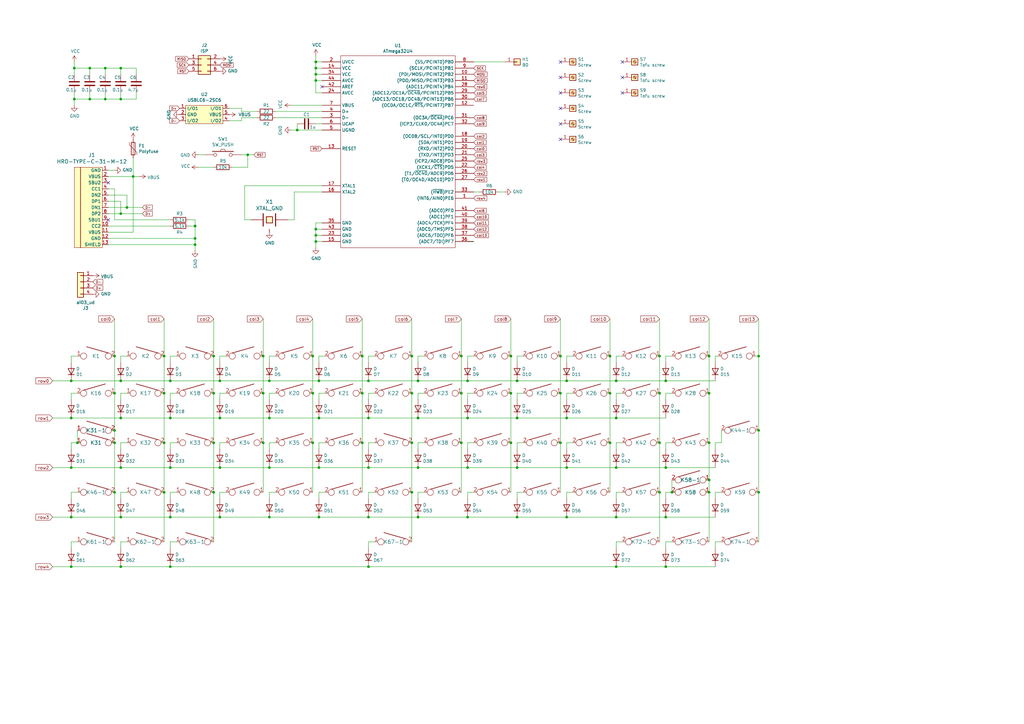
<source format=kicad_sch>
(kicad_sch (version 20211123) (generator eeschema)
  (paper "A3")
  (junction (at 212.09 212.09))
  (junction (at 128.27 146.05))
  (junction (at 110.49 212.09))
  (junction (at 252.73 156.21))
  (junction (at 189.23 146.05))
  (junction (at 290.83 201.93))
  (junction (at 87.63 161.29))
  (junction (at 80.01 100.33))
  (junction (at 46.99 161.29))
  (junction (at 49.53 156.21))
  (junction (at 110.49 156.21))
  (junction (at 270.51 201.93))
  (junction (at 275.59 201.93))
  (junction (at 29.21 232.41))
  (junction (at 67.31 161.29))
  (junction (at 130.81 191.77))
  (junction (at 151.13 171.45))
  (junction (at 250.19 161.29))
  (junction (at 129.54 30.48))
  (junction (at 69.85 156.21))
  (junction (at 46.99 201.93))
  (junction (at 189.23 161.29))
  (junction (at 87.63 181.61))
  (junction (at 69.85 232.41))
  (junction (at 311.15 146.05))
  (junction (at 151.13 156.21))
  (junction (at 229.87 161.29))
  (junction (at 107.95 181.61))
  (junction (at 107.95 146.05))
  (junction (at 290.83 146.05))
  (junction (at 29.21 171.45))
  (junction (at 212.09 171.45))
  (junction (at 80.01 97.79))
  (junction (at 31.75 181.61))
  (junction (at 69.85 212.09))
  (junction (at 148.59 161.29))
  (junction (at 30.48 40.64))
  (junction (at 110.49 171.45))
  (junction (at 171.45 212.09))
  (junction (at 189.23 181.61))
  (junction (at 151.13 191.77))
  (junction (at 168.91 146.05))
  (junction (at 128.27 181.61))
  (junction (at 151.13 212.09))
  (junction (at 168.91 201.93))
  (junction (at 171.45 156.21))
  (junction (at 129.54 96.52))
  (junction (at 270.51 181.61))
  (junction (at 232.41 191.77))
  (junction (at 30.48 27.94))
  (junction (at 36.83 40.64))
  (junction (at 148.59 146.05))
  (junction (at 46.99 181.61))
  (junction (at 171.45 191.77))
  (junction (at 250.19 146.05))
  (junction (at 252.73 232.41))
  (junction (at 130.81 212.09))
  (junction (at 69.85 191.77))
  (junction (at 232.41 156.21))
  (junction (at 129.54 93.98))
  (junction (at 311.15 176.53))
  (junction (at 67.31 146.05))
  (junction (at 232.41 171.45))
  (junction (at 128.27 161.29))
  (junction (at 273.05 212.09))
  (junction (at 67.31 181.61))
  (junction (at 43.18 27.94))
  (junction (at 46.99 146.05))
  (junction (at 49.53 171.45))
  (junction (at 130.81 156.21))
  (junction (at 49.53 212.09))
  (junction (at 29.21 156.21))
  (junction (at 212.09 156.21))
  (junction (at 129.54 25.4))
  (junction (at 191.77 171.45))
  (junction (at 107.95 161.29))
  (junction (at 290.83 161.29))
  (junction (at 69.85 171.45))
  (junction (at 212.09 191.77))
  (junction (at 121.92 53.34))
  (junction (at 252.73 191.77))
  (junction (at 36.83 27.94))
  (junction (at 273.05 156.21))
  (junction (at 49.53 40.64))
  (junction (at 191.77 156.21))
  (junction (at 250.19 181.61))
  (junction (at 168.91 161.29))
  (junction (at 130.81 171.45))
  (junction (at 270.51 161.29))
  (junction (at 129.54 27.94))
  (junction (at 43.18 40.64))
  (junction (at 54.61 72.39))
  (junction (at 87.63 146.05))
  (junction (at 191.77 191.77))
  (junction (at 252.73 212.09))
  (junction (at 101.6 63.5))
  (junction (at 90.17 212.09))
  (junction (at 49.53 27.94))
  (junction (at 148.59 181.61))
  (junction (at 209.55 161.29))
  (junction (at 129.54 33.02))
  (junction (at 209.55 181.61))
  (junction (at 46.99 176.53))
  (junction (at 90.17 171.45))
  (junction (at 110.49 191.77))
  (junction (at 151.13 232.41))
  (junction (at 229.87 146.05))
  (junction (at 29.21 191.77))
  (junction (at 87.63 201.93))
  (junction (at 171.45 171.45))
  (junction (at 90.17 156.21))
  (junction (at 67.31 201.93))
  (junction (at 52.07 85.09))
  (junction (at 252.73 171.45))
  (junction (at 49.53 232.41))
  (junction (at 168.91 181.61))
  (junction (at 49.53 87.63))
  (junction (at 273.05 191.77))
  (junction (at 232.41 212.09))
  (junction (at 49.53 191.77))
  (junction (at 273.05 232.41))
  (junction (at 229.87 181.61))
  (junction (at 90.17 191.77))
  (junction (at 129.54 99.06))
  (junction (at 29.21 212.09))
  (junction (at 191.77 212.09))
  (junction (at 290.83 181.61))
  (junction (at 209.55 146.05))
  (junction (at 290.83 196.85))
  (junction (at 311.15 201.93))
  (junction (at 270.51 146.05))
  (junction (at 80.01 92.71))
  (no_connect (at 44.45 90.17))
  (no_connect (at 44.45 74.93))
  (no_connect (at 229.87 44.45))
  (no_connect (at 255.27 38.1))
  (no_connect (at 229.87 31.75))
  (no_connect (at 229.87 50.8))
  (no_connect (at 132.08 35.56))
  (no_connect (at 255.27 31.75))
  (no_connect (at 229.87 38.1))
  (no_connect (at 229.87 57.15))
  (no_connect (at 229.87 25.4))
  (no_connect (at 255.27 25.4))
  (wire (pts (xy 151.13 204.47) (xy 151.13 201.93)))
  (wire (pts (xy 49.53 171.45) (xy 69.85 171.45)))
  (wire (pts (xy 44.45 97.79) (xy 80.01 97.79)))
  (wire (pts (xy 49.53 163.83) (xy 49.53 161.29)))
  (wire (pts (xy 130.81 146.05) (xy 133.35 146.05)))
  (wire (pts (xy 29.21 232.41) (xy 21.59 232.41)))
  (wire (pts (xy 212.09 163.83) (xy 212.09 161.29)))
  (wire (pts (xy 151.13 184.15) (xy 151.13 181.61)))
  (wire (pts (xy 49.53 148.59) (xy 49.53 146.05)))
  (wire (pts (xy 232.41 181.61) (xy 234.95 181.61)))
  (wire (pts (xy 229.87 130.81) (xy 229.87 146.05)))
  (wire (pts (xy 36.83 27.94) (xy 43.18 27.94)))
  (wire (pts (xy 120.65 90.17) (xy 118.11 90.17)))
  (wire (pts (xy 29.21 224.79) (xy 29.21 222.25)))
  (wire (pts (xy 171.45 161.29) (xy 173.99 161.29)))
  (wire (pts (xy 273.05 224.79) (xy 273.05 222.25)))
  (wire (pts (xy 151.13 232.41) (xy 252.73 232.41)))
  (wire (pts (xy 100.33 90.17) (xy 100.33 76.2)))
  (wire (pts (xy 290.83 201.93) (xy 290.83 196.85)))
  (wire (pts (xy 77.47 90.17) (xy 80.01 90.17)))
  (wire (pts (xy 171.45 163.83) (xy 171.45 161.29)))
  (wire (pts (xy 168.91 222.25) (xy 168.91 201.93)))
  (wire (pts (xy 46.99 181.61) (xy 46.99 201.93)))
  (wire (pts (xy 49.53 82.55) (xy 44.45 82.55)))
  (wire (pts (xy 44.45 80.01) (xy 52.07 80.01)))
  (wire (pts (xy 69.85 156.21) (xy 90.17 156.21)))
  (wire (pts (xy 87.63 181.61) (xy 87.63 201.93)))
  (wire (pts (xy 130.81 204.47) (xy 130.81 201.93)))
  (wire (pts (xy 212.09 156.21) (xy 232.41 156.21)))
  (wire (pts (xy 191.77 201.93) (xy 194.31 201.93)))
  (wire (pts (xy 69.85 224.79) (xy 69.85 222.25)))
  (wire (pts (xy 311.15 176.53) (xy 311.15 201.93)))
  (wire (pts (xy 151.13 191.77) (xy 130.81 191.77)))
  (wire (pts (xy 270.51 161.29) (xy 270.51 181.61)))
  (wire (pts (xy 212.09 212.09) (xy 232.41 212.09)))
  (wire (pts (xy 110.49 171.45) (xy 130.81 171.45)))
  (wire (pts (xy 44.45 77.47) (xy 46.99 77.47)))
  (wire (pts (xy 81.28 68.58) (xy 87.63 68.58)))
  (wire (pts (xy 132.08 33.02) (xy 129.54 33.02)))
  (wire (pts (xy 293.37 204.47) (xy 293.37 201.93)))
  (wire (pts (xy 49.53 181.61) (xy 52.07 181.61)))
  (wire (pts (xy 29.21 146.05) (xy 31.75 146.05)))
  (wire (pts (xy 129.54 93.98) (xy 129.54 96.52)))
  (wire (pts (xy 69.85 204.47) (xy 69.85 201.93)))
  (wire (pts (xy 212.09 191.77) (xy 191.77 191.77)))
  (wire (pts (xy 290.83 161.29) (xy 290.83 146.05)))
  (wire (pts (xy 252.73 156.21) (xy 273.05 156.21)))
  (wire (pts (xy 30.48 40.64) (xy 36.83 40.64)))
  (wire (pts (xy 252.73 212.09) (xy 273.05 212.09)))
  (wire (pts (xy 151.13 232.41) (xy 69.85 232.41)))
  (wire (pts (xy 252.73 171.45) (xy 273.05 171.45)))
  (wire (pts (xy 151.13 171.45) (xy 171.45 171.45)))
  (wire (pts (xy 49.53 30.48) (xy 49.53 27.94)))
  (wire (pts (xy 113.03 48.26) (xy 132.08 48.26)))
  (wire (pts (xy 232.41 163.83) (xy 232.41 161.29)))
  (wire (pts (xy 171.45 191.77) (xy 151.13 191.77)))
  (wire (pts (xy 250.19 146.05) (xy 250.19 130.81)))
  (wire (pts (xy 129.54 38.1) (xy 132.08 38.1)))
  (wire (pts (xy 270.51 130.81) (xy 270.51 146.05)))
  (wire (pts (xy 132.08 27.94) (xy 129.54 27.94)))
  (wire (pts (xy 293.37 222.25) (xy 295.91 222.25)))
  (wire (pts (xy 107.95 161.29) (xy 107.95 181.61)))
  (wire (pts (xy 128.27 201.93) (xy 128.27 181.61)))
  (wire (pts (xy 46.99 201.93) (xy 46.99 222.25)))
  (wire (pts (xy 90.17 201.93) (xy 92.71 201.93)))
  (wire (pts (xy 270.51 201.93) (xy 270.51 222.25)))
  (wire (pts (xy 30.48 27.94) (xy 30.48 30.48)))
  (wire (pts (xy 29.21 191.77) (xy 21.59 191.77)))
  (wire (pts (xy 171.45 146.05) (xy 173.99 146.05)))
  (wire (pts (xy 120.65 78.74) (xy 120.65 90.17)))
  (wire (pts (xy 29.21 204.47) (xy 29.21 201.93)))
  (wire (pts (xy 46.99 77.47) (xy 46.99 90.17)))
  (wire (pts (xy 252.73 204.47) (xy 252.73 201.93)))
  (wire (pts (xy 44.45 87.63) (xy 49.53 87.63)))
  (wire (pts (xy 273.05 222.25) (xy 275.59 222.25)))
  (wire (pts (xy 295.91 176.53) (xy 295.91 181.61)))
  (wire (pts (xy 148.59 130.81) (xy 148.59 146.05)))
  (wire (pts (xy 90.17 156.21) (xy 110.49 156.21)))
  (wire (pts (xy 168.91 181.61) (xy 168.91 161.29)))
  (wire (pts (xy 107.95 146.05) (xy 107.95 161.29)))
  (wire (pts (xy 55.88 40.64) (xy 55.88 38.1)))
  (wire (pts (xy 129.54 30.48) (xy 129.54 33.02)))
  (wire (pts (xy 49.53 146.05) (xy 52.07 146.05)))
  (wire (pts (xy 99.06 63.5) (xy 101.6 63.5)))
  (wire (pts (xy 129.54 27.94) (xy 129.54 30.48)))
  (wire (pts (xy 80.01 90.17) (xy 80.01 92.71)))
  (wire (pts (xy 212.09 184.15) (xy 212.09 181.61)))
  (wire (pts (xy 151.13 163.83) (xy 151.13 161.29)))
  (wire (pts (xy 69.85 212.09) (xy 90.17 212.09)))
  (wire (pts (xy 49.53 232.41) (xy 29.21 232.41)))
  (wire (pts (xy 52.07 85.09) (xy 44.45 85.09)))
  (wire (pts (xy 191.77 99.06) (xy 194.31 99.06)))
  (wire (pts (xy 252.73 181.61) (xy 255.27 181.61)))
  (wire (pts (xy 252.73 146.05) (xy 255.27 146.05)))
  (wire (pts (xy 252.73 148.59) (xy 252.73 146.05)))
  (wire (pts (xy 250.19 181.61) (xy 250.19 161.29)))
  (wire (pts (xy 49.53 191.77) (xy 29.21 191.77)))
  (wire (pts (xy 110.49 204.47) (xy 110.49 201.93)))
  (wire (pts (xy 252.73 184.15) (xy 252.73 181.61)))
  (wire (pts (xy 90.17 204.47) (xy 90.17 201.93)))
  (wire (pts (xy 49.53 224.79) (xy 49.53 222.25)))
  (wire (pts (xy 69.85 146.05) (xy 72.39 146.05)))
  (wire (pts (xy 130.81 201.93) (xy 133.35 201.93)))
  (wire (pts (xy 90.17 191.77) (xy 69.85 191.77)))
  (wire (pts (xy 44.45 72.39) (xy 54.61 72.39)))
  (wire (pts (xy 209.55 161.29) (xy 209.55 146.05)))
  (wire (pts (xy 212.09 146.05) (xy 214.63 146.05)))
  (wire (pts (xy 191.77 171.45) (xy 212.09 171.45)))
  (wire (pts (xy 87.63 161.29) (xy 87.63 181.61)))
  (wire (pts (xy 151.13 146.05) (xy 153.67 146.05)))
  (wire (pts (xy 128.27 146.05) (xy 128.27 130.81)))
  (wire (pts (xy 232.41 201.93) (xy 234.95 201.93)))
  (wire (pts (xy 270.51 146.05) (xy 270.51 161.29)))
  (wire (pts (xy 252.73 201.93) (xy 255.27 201.93)))
  (wire (pts (xy 130.81 171.45) (xy 151.13 171.45)))
  (wire (pts (xy 273.05 156.21) (xy 293.37 156.21)))
  (wire (pts (xy 191.77 156.21) (xy 212.09 156.21)))
  (wire (pts (xy 128.27 181.61) (xy 128.27 161.29)))
  (wire (pts (xy 110.49 181.61) (xy 113.03 181.61)))
  (wire (pts (xy 273.05 191.77) (xy 252.73 191.77)))
  (wire (pts (xy 151.13 212.09) (xy 171.45 212.09)))
  (wire (pts (xy 90.17 171.45) (xy 110.49 171.45)))
  (wire (pts (xy 130.81 181.61) (xy 133.35 181.61)))
  (wire (pts (xy 49.53 201.93) (xy 52.07 201.93)))
  (wire (pts (xy 46.99 146.05) (xy 46.99 161.29)))
  (wire (pts (xy 171.45 181.61) (xy 173.99 181.61)))
  (wire (pts (xy 189.23 146.05) (xy 189.23 161.29)))
  (wire (pts (xy 293.37 232.41) (xy 273.05 232.41)))
  (wire (pts (xy 290.83 146.05) (xy 290.83 130.81)))
  (wire (pts (xy 191.77 191.77) (xy 171.45 191.77)))
  (wire (pts (xy 151.13 148.59) (xy 151.13 146.05)))
  (wire (pts (xy 168.91 201.93) (xy 168.91 181.61)))
  (wire (pts (xy 148.59 161.29) (xy 148.59 181.61)))
  (wire (pts (xy 293.37 148.59) (xy 293.37 146.05)))
  (wire (pts (xy 191.77 146.05) (xy 194.31 146.05)))
  (wire (pts (xy 46.99 176.53) (xy 46.99 181.61)))
  (wire (pts (xy 232.41 156.21) (xy 252.73 156.21)))
  (wire (pts (xy 194.31 25.4) (xy 207.01 25.4)))
  (wire (pts (xy 290.83 181.61) (xy 290.83 161.29)))
  (wire (pts (xy 69.85 163.83) (xy 69.85 161.29)))
  (wire (pts (xy 43.18 27.94) (xy 49.53 27.94)))
  (wire (pts (xy 273.05 181.61) (xy 275.59 181.61)))
  (wire (pts (xy 43.18 30.48) (xy 43.18 27.94)))
  (wire (pts (xy 110.49 201.93) (xy 113.03 201.93)))
  (wire (pts (xy 44.45 100.33) (xy 80.01 100.33)))
  (wire (pts (xy 232.41 191.77) (xy 212.09 191.77)))
  (wire (pts (xy 36.83 30.48) (xy 36.83 27.94)))
  (wire (pts (xy 99.06 45.72) (xy 105.41 45.72)))
  (wire (pts (xy 49.53 40.64) (xy 55.88 40.64)))
  (wire (pts (xy 129.54 101.6) (xy 129.54 99.06)))
  (wire (pts (xy 110.49 212.09) (xy 130.81 212.09)))
  (wire (pts (xy 290.83 222.25) (xy 290.83 201.93)))
  (wire (pts (xy 21.59 171.45) (xy 29.21 171.45)))
  (wire (pts (xy 293.37 201.93) (xy 295.91 201.93)))
  (wire (pts (xy 252.73 161.29) (xy 255.27 161.29)))
  (wire (pts (xy 151.13 222.25) (xy 153.67 222.25)))
  (wire (pts (xy 49.53 87.63) (xy 49.53 82.55)))
  (wire (pts (xy 80.01 100.33) (xy 80.01 102.87)))
  (wire (pts (xy 132.08 43.18) (xy 119.38 43.18)))
  (wire (pts (xy 130.81 161.29) (xy 133.35 161.29)))
  (wire (pts (xy 209.55 201.93) (xy 209.55 181.61)))
  (wire (pts (xy 87.63 130.81) (xy 87.63 146.05)))
  (wire (pts (xy 191.77 148.59) (xy 191.77 146.05)))
  (wire (pts (xy 171.45 171.45) (xy 191.77 171.45)))
  (wire (pts (xy 130.81 148.59) (xy 130.81 146.05)))
  (wire (pts (xy 132.08 25.4) (xy 129.54 25.4)))
  (wire (pts (xy 129.54 96.52) (xy 129.54 99.06)))
  (wire (pts (xy 229.87 161.29) (xy 229.87 181.61)))
  (wire (pts (xy 90.17 212.09) (xy 110.49 212.09)))
  (wire (pts (xy 191.77 212.09) (xy 212.09 212.09)))
  (wire (pts (xy 250.19 201.93) (xy 250.19 181.61)))
  (wire (pts (xy 29.21 212.09) (xy 49.53 212.09)))
  (wire (pts (xy 191.77 161.29) (xy 194.31 161.29)))
  (wire (pts (xy 90.17 146.05) (xy 92.71 146.05)))
  (wire (pts (xy 110.49 161.29) (xy 113.03 161.29)))
  (wire (pts (xy 29.21 171.45) (xy 49.53 171.45)))
  (wire (pts (xy 273.05 161.29) (xy 275.59 161.29)))
  (wire (pts (xy 29.21 161.29) (xy 31.75 161.29)))
  (wire (pts (xy 151.13 224.79) (xy 151.13 222.25)))
  (wire (pts (xy 130.81 191.77) (xy 110.49 191.77)))
  (wire (pts (xy 191.77 163.83) (xy 191.77 161.29)))
  (wire (pts (xy 93.98 44.45) (xy 99.06 44.45)))
  (wire (pts (xy 44.45 69.85) (xy 46.99 69.85)))
  (wire (pts (xy 49.53 87.63) (xy 58.42 87.63)))
  (wire (pts (xy 67.31 201.93) (xy 67.31 181.61)))
  (wire (pts (xy 212.09 181.61) (xy 214.63 181.61)))
  (wire (pts (xy 309.88 146.05) (xy 311.15 146.05)))
  (wire (pts (xy 43.18 40.64) (xy 49.53 40.64)))
  (wire (pts (xy 67.31 146.05) (xy 67.31 130.81)))
  (wire (pts (xy 49.53 222.25) (xy 52.07 222.25)))
  (wire (pts (xy 209.55 146.05) (xy 209.55 130.81)))
  (wire (pts (xy 90.17 184.15) (xy 90.17 181.61)))
  (wire (pts (xy 148.59 146.05) (xy 148.59 161.29)))
  (wire (pts (xy 93.98 49.53) (xy 99.06 49.53)))
  (wire (pts (xy 191.77 181.61) (xy 194.31 181.61)))
  (wire (pts (xy 273.05 163.83) (xy 273.05 161.29)))
  (wire (pts (xy 151.13 181.61) (xy 153.67 181.61)))
  (wire (pts (xy 132.08 78.74) (xy 120.65 78.74)))
  (wire (pts (xy 273.05 148.59) (xy 273.05 146.05)))
  (wire (pts (xy 129.54 33.02) (xy 129.54 38.1)))
  (wire (pts (xy 311.15 201.93) (xy 311.15 222.25)))
  (wire (pts (xy 69.85 171.45) (xy 90.17 171.45)))
  (wire (pts (xy 90.17 148.59) (xy 90.17 146.05)))
  (wire (pts (xy 54.61 95.25) (xy 44.45 95.25)))
  (wire (pts (xy 275.59 196.85) (xy 275.59 201.93)))
  (wire (pts (xy 81.28 63.5) (xy 83.82 63.5)))
  (wire (pts (xy 54.61 72.39) (xy 54.61 64.77)))
  (wire (pts (xy 87.63 146.05) (xy 87.63 161.29)))
  (wire (pts (xy 36.83 40.64) (xy 36.83 38.1)))
  (wire (pts (xy 110.49 184.15) (xy 110.49 181.61)))
  (wire (pts (xy 148.59 181.61) (xy 148.59 201.93)))
  (wire (pts (xy 49.53 27.94) (xy 55.88 27.94)))
  (wire (pts (xy 90.17 161.29) (xy 92.71 161.29)))
  (wire (pts (xy 191.77 184.15) (xy 191.77 181.61)))
  (wire (pts (xy 171.45 212.09) (xy 191.77 212.09)))
  (wire (pts (xy 21.59 212.09) (xy 29.21 212.09)))
  (wire (pts (xy 232.41 146.05) (xy 234.95 146.05)))
  (wire (pts (xy 232.41 212.09) (xy 252.73 212.09)))
  (wire (pts (xy 55.88 27.94) (xy 55.88 30.48)))
  (wire (pts (xy 130.81 212.09) (xy 151.13 212.09)))
  (wire (pts (xy 229.87 146.05) (xy 229.87 161.29)))
  (wire (pts (xy 212.09 201.93) (xy 214.63 201.93)))
  (wire (pts (xy 29.21 181.61) (xy 31.75 181.61)))
  (wire (pts (xy 171.45 156.21) (xy 191.77 156.21)))
  (wire (pts (xy 232.41 161.29) (xy 234.95 161.29)))
  (wire (pts (xy 100.33 76.2) (xy 132.08 76.2)))
  (wire (pts (xy 232.41 184.15) (xy 232.41 181.61)))
  (wire (pts (xy 191.77 204.47) (xy 191.77 201.93)))
  (wire (pts (xy 49.53 212.09) (xy 69.85 212.09)))
  (wire (pts (xy 30.48 40.64) (xy 30.48 43.18)))
  (wire (pts (xy 132.08 50.8) (xy 129.54 50.8)))
  (wire (pts (xy 69.85 201.93) (xy 72.39 201.93)))
  (wire (pts (xy 151.13 201.93) (xy 153.67 201.93)))
  (wire (pts (xy 54.61 72.39) (xy 54.61 95.25)))
  (wire (pts (xy 69.85 232.41) (xy 49.53 232.41)))
  (wire (pts (xy 52.07 80.01) (xy 52.07 85.09)))
  (wire (pts (xy 273.05 184.15) (xy 273.05 181.61)))
  (wire (pts (xy 132.08 91.44) (xy 129.54 91.44)))
  (wire (pts (xy 99.06 48.26) (xy 105.41 48.26)))
  (wire (pts (xy 49.53 184.15) (xy 49.53 181.61)))
  (wire (pts (xy 189.23 181.61) (xy 189.23 201.93)))
  (wire (pts (xy 212.09 171.45) (xy 232.41 171.45)))
  (wire (pts (xy 189.23 161.29) (xy 189.23 181.61)))
  (wire (pts (xy 171.45 148.59) (xy 171.45 146.05)))
  (wire (pts (xy 132.08 30.48) (xy 129.54 30.48)))
  (wire (pts (xy 29.21 201.93) (xy 31.75 201.93)))
  (wire (pts (xy 293.37 181.61) (xy 295.91 181.61)))
  (wire (pts (xy 49.53 161.29) (xy 52.07 161.29)))
  (wire (pts (xy 290.83 196.85) (xy 290.83 181.61)))
  (wire (pts (xy 130.81 184.15) (xy 130.81 181.61)))
  (wire (pts (xy 121.92 53.34) (xy 132.08 53.34)))
  (wire (pts (xy 252.73 191.77) (xy 232.41 191.77)))
  (wire (pts (xy 100.33 90.17) (xy 102.87 90.17)))
  (wire (pts (xy 46.99 90.17) (xy 69.85 90.17)))
  (wire (pts (xy 252.73 163.83) (xy 252.73 161.29)))
  (wire (pts (xy 151.13 156.21) (xy 171.45 156.21)))
  (wire (pts (xy 129.54 22.86) (xy 129.54 25.4)))
  (wire (pts (xy 69.85 191.77) (xy 49.53 191.77)))
  (wire (pts (xy 209.55 181.61) (xy 209.55 161.29)))
  (wire (pts (xy 30.48 27.94) (xy 36.83 27.94)))
  (wire (pts (xy 110.49 191.77) (xy 90.17 191.77)))
  (wire (pts (xy 69.85 222.25) (xy 72.39 222.25)))
  (wire (pts (xy 30.48 38.1) (xy 30.48 40.64)))
  (wire (pts (xy 273.05 204.47) (xy 273.05 201.93)))
  (wire (pts (xy 171.45 184.15) (xy 171.45 181.61)))
  (wire (pts (xy 207.01 78.74) (xy 204.47 78.74)))
  (wire (pts (xy 90.17 181.61) (xy 92.71 181.61)))
  (wire (pts (xy 49.53 156.21) (xy 69.85 156.21)))
  (wire (pts (xy 54.61 72.39) (xy 57.15 72.39)))
  (wire (pts (xy 121.92 50.8) (xy 121.92 53.34)))
  (wire (pts (xy 21.59 156.21) (xy 29.21 156.21)))
  (wire (pts (xy 119.38 53.34) (xy 121.92 53.34)))
  (wire (pts (xy 110.49 146.05) (xy 113.03 146.05)))
  (wire (pts (xy 52.07 85.09) (xy 58.42 85.09)))
  (wire (pts (xy 99.06 49.53) (xy 99.06 48.26)))
  (wire (pts (xy 189.23 130.81) (xy 189.23 146.05)))
  (wire (pts (xy 69.85 181.61) (xy 72.39 181.61)))
  (wire (pts (xy 132.08 96.52) (xy 129.54 96.52)))
  (wire (pts (xy 168.91 161.29) (xy 168.91 146.05)))
  (wire (pts (xy 196.85 78.74) (xy 194.31 78.74)))
  (wire (pts (xy 69.85 161.29) (xy 72.39 161.29)))
  (wire (pts (xy 232.41 148.59) (xy 232.41 146.05)))
  (wire (pts (xy 132.08 93.98) (xy 129.54 93.98)))
  (wire (pts (xy 29.21 156.21) (xy 49.53 156.21)))
  (wire (pts (xy 273.05 212.09) (xy 293.37 212.09)))
  (wire (pts (xy 104.14 63.5) (xy 101.6 63.5)))
  (wire (pts (xy 77.47 92.71) (xy 80.01 92.71)))
  (wire (pts (xy 110.49 148.59) (xy 110.49 146.05)))
  (wire (pts (xy 250.19 161.29) (xy 250.19 146.05)))
  (wire (pts (xy 212.09 204.47) (xy 212.09 201.93)))
  (wire (pts (xy 43.18 40.64) (xy 43.18 38.1)))
  (wire (pts (xy 151.13 161.29) (xy 153.67 161.29)))
  (wire (pts (xy 30.48 25.4) (xy 30.48 27.94)))
  (wire (pts (xy 252.73 222.25) (xy 255.27 222.25)))
  (wire (pts (xy 171.45 204.47) (xy 171.45 201.93)))
  (wire (pts (xy 90.17 163.83) (xy 90.17 161.29)))
  (wire (pts (xy 168.91 146.05) (xy 168.91 130.81)))
  (wire (pts (xy 273.05 201.93) (xy 275.59 201.93)))
  (wire (pts (xy 99.06 44.45) (xy 99.06 45.72)))
  (wire (pts (xy 270.51 181.61) (xy 270.51 201.93)))
  (wire (pts (xy 80.01 92.71) (xy 80.01 97.79)))
  (wire (pts (xy 29.21 163.83) (xy 29.21 161.29)))
  (wire (pts (xy 29.21 222.25) (xy 31.75 222.25)))
  (wire (pts (xy 212.09 148.59) (xy 212.09 146.05)))
  (wire (pts (xy 80.01 97.79) (xy 80.01 100.33)))
  (wire (pts (xy 128.27 161.29) (xy 128.27 146.05)))
  (wire (pts (xy 46.99 161.29) (xy 46.99 176.53)))
  (wire (pts (xy 110.49 163.83) (xy 110.49 161.29)))
  (wire (pts (xy 49.53 204.47) (xy 49.53 201.93)))
  (wire (pts (xy 273.05 232.41) (xy 252.73 232.41)))
  (wire (pts (xy 69.85 148.59) (xy 69.85 146.05)))
  (wire (pts (xy 101.6 63.5) (xy 101.6 68.58)))
  (wire (pts (xy 107.95 130.81) (xy 107.95 146.05)))
  (wire (pts (xy 36.83 40.64) (xy 43.18 40.64)))
  (wire (pts (xy 113.03 45.72) (xy 132.08 45.72)))
  (wire (pts (xy 229.87 181.61) (xy 229.87 201.93)))
  (wire (pts (xy 130.81 163.83) (xy 130.81 161.29)))
  (wire (pts (xy 129.54 99.06) (xy 132.08 99.06)))
  (wire (pts (xy 293.37 146.05) (xy 294.64 146.05)))
  (wire (pts (xy 273.05 146.05) (xy 275.59 146.05)))
  (wire (pts (xy 171.45 201.93) (xy 173.99 201.93)))
  (wire (pts (xy 232.41 204.47) (xy 232.41 201.93)))
  (wire (pts (xy 67.31 161.29) (xy 67.31 146.05)))
  (wire (pts (xy 130.81 156.21) (xy 151.13 156.21)))
  (wire (pts (xy 232.41 171.45) (xy 252.73 171.45)))
  (wire (pts (xy 293.37 224.79) (xy 293.37 222.25)))
  (wire (pts (xy 293.37 191.77) (xy 273.05 191.77)))
  (wire (pts (xy 129.54 25.4) (xy 129.54 27.94)))
  (wire (pts (xy 293.37 184.15) (xy 293.37 181.61)))
  (wire (pts (xy 101.6 68.58) (xy 95.25 68.58)))
  (wire (pts (xy 31.75 176.53) (xy 31.75 181.61)))
  (wire (pts (xy 129.54 91.44) (xy 129.54 93.98)))
  (wire (pts (xy 87.63 201.93) (xy 87.63 222.25)))
  (wire (pts (xy 29.21 184.15) (xy 29.21 181.61)))
  (wire (pts (xy 107.95 181.61) (xy 107.95 201.93)))
  (wire (pts (xy 252.73 224.79) (xy 252.73 222.25)))
  (wire (pts (xy 212.09 161.29) (xy 214.63 161.29)))
  (wire (pts (xy 46.99 130.81) (xy 46.99 146.05)))
  (wire (pts (xy 67.31 222.25) (xy 67.31 201.93)))
  (wire (pts (xy 110.49 156.21) (xy 130.81 156.21)))
  (wire (pts (xy 69.85 184.15) (xy 69.85 181.61)))
  (wire (pts (xy 44.45 92.71) (xy 69.85 92.71)))
  (wire (pts (xy 311.15 146.05) (xy 311.15 176.53)))
  (wire (pts (xy 311.15 130.81) (xy 311.15 146.05)))
  (wire (pts (xy 49.53 40.64) (xy 49.53 38.1)))
  (wire (pts (xy 67.31 181.61) (xy 67.31 161.29)))
  (wire (pts (xy 29.21 148.59) (xy 29.21 146.05)))
  (global_label "col13" (shape input) (at 311.15 130.81 180) (property "Intersheet References" "${INTERSHEET_REFS}" (effects hide)))
  (global_label "col0" (shape input) (at 46.99 130.81 180) (property "Intersheet References" "${INTERSHEET_REFS}" (effects hide)))
  (global_label "col3" (shape input) (at 194.31 63.5 0) (effects (font (size 0.9906 0.9906))) (property "Intersheet References" "${INTERSHEET_REFS}" (effects hide)))
  (global_label "RST" (shape input) (at 104.14 63.5 0) (effects (font (size 0.9906 0.9906))) (property "Intersheet References" "${INTERSHEET_REFS}" (effects hide)))
  (global_label "col7" (shape input) (at 194.31 40.64 0) (effects (font (size 0.9906 0.9906))) (property "Intersheet References" "${INTERSHEET_REFS}" (effects hide)))
  (global_label "col7" (shape input) (at 189.23 130.81 180) (property "Intersheet References" "${INTERSHEET_REFS}" (effects hide)))
  (global_label "row3" (shape input) (at 194.31 66.04 0) (effects (font (size 0.9906 0.9906))) (property "Intersheet References" "${INTERSHEET_REFS}" (effects hide)))
  (global_label "MISO" (shape input) (at 194.31 33.02 0) (effects (font (size 0.9906 0.9906))) (property "Intersheet References" "${INTERSHEET_REFS}" (effects hide)))
  (global_label "col12" (shape input) (at 194.31 93.98 0) (effects (font (size 0.9906 0.9906))) (property "Intersheet References" "${INTERSHEET_REFS}" (effects hide)))
  (global_label "col6" (shape input) (at 194.31 86.36 0) (effects (font (size 0.9906 0.9906))) (property "Intersheet References" "${INTERSHEET_REFS}" (effects hide)))
  (global_label "MOSI" (shape input) (at 90.17 26.67 0) (effects (font (size 0.9906 0.9906))) (property "Intersheet References" "${INTERSHEET_REFS}" (effects hide)))
  (global_label "MOSI" (shape input) (at 194.31 30.48 0) (effects (font (size 0.9906 0.9906))) (property "Intersheet References" "${INTERSHEET_REFS}" (effects hide)))
  (global_label "col4" (shape input) (at 128.27 130.81 180) (property "Intersheet References" "${INTERSHEET_REFS}" (effects hide)))
  (global_label "RST" (shape input) (at 132.08 60.96 180) (effects (font (size 0.9906 0.9906))) (property "Intersheet References" "${INTERSHEET_REFS}" (effects hide)))
  (global_label "col2" (shape input) (at 194.31 55.88 0) (effects (font (size 0.9906 0.9906))) (property "Intersheet References" "${INTERSHEET_REFS}" (effects hide)))
  (global_label "col6" (shape input) (at 168.91 130.81 180) (property "Intersheet References" "${INTERSHEET_REFS}" (effects hide)))
  (global_label "col13" (shape input) (at 194.31 96.52 0) (effects (font (size 0.9906 0.9906))) (property "Intersheet References" "${INTERSHEET_REFS}" (effects hide)))
  (global_label "col9" (shape input) (at 229.87 130.81 180) (property "Intersheet References" "${INTERSHEET_REFS}" (effects hide)))
  (global_label "row0" (shape input) (at 194.31 35.56 0) (effects (font (size 0.9906 0.9906))) (property "Intersheet References" "${INTERSHEET_REFS}" (effects hide)))
  (global_label "col12" (shape input) (at 290.83 130.81 180) (property "Intersheet References" "${INTERSHEET_REFS}" (effects hide)))
  (global_label "D-" (shape input) (at 73.66 49.53 180) (effects (font (size 0.9906 0.9906))) (property "Intersheet References" "${INTERSHEET_REFS}" (effects hide)))
  (global_label "col11" (shape input) (at 194.31 91.44 0) (effects (font (size 0.9906 0.9906))) (property "Intersheet References" "${INTERSHEET_REFS}" (effects hide)))
  (global_label "col2" (shape input) (at 87.63 130.81 180) (property "Intersheet References" "${INTERSHEET_REFS}" (effects hide)))
  (global_label "row4" (shape input) (at 21.59 232.41 180) (property "Intersheet References" "${INTERSHEET_REFS}" (effects hide)))
  (global_label "D-" (shape input) (at 38.1 115.57 0) (effects (font (size 0.9906 0.9906))) (property "Intersheet References" "${INTERSHEET_REFS}" (effects hide)))
  (global_label "col1" (shape input) (at 194.31 58.42 0) (effects (font (size 0.9906 0.9906))) (property "Intersheet References" "${INTERSHEET_REFS}" (effects hide)))
  (global_label "row1" (shape input) (at 21.59 171.45 180) (property "Intersheet References" "${INTERSHEET_REFS}" (effects hide)))
  (global_label "col8" (shape input) (at 194.31 48.26 0) (effects (font (size 0.9906 0.9906))) (property "Intersheet References" "${INTERSHEET_REFS}" (effects hide)))
  (global_label "row1" (shape input) (at 194.31 73.66 0) (effects (font (size 0.9906 0.9906))) (property "Intersheet References" "${INTERSHEET_REFS}" (effects hide)))
  (global_label "D-" (shape input) (at 58.42 85.09 0) (effects (font (size 0.9906 0.9906))) (property "Intersheet References" "${INTERSHEET_REFS}" (effects hide)))
  (global_label "col5" (shape input) (at 194.31 38.1 0) (effects (font (size 0.9906 0.9906))) (property "Intersheet References" "${INTERSHEET_REFS}" (effects hide)))
  (global_label "col4" (shape input) (at 194.31 68.58 0) (effects (font (size 0.9906 0.9906))) (property "Intersheet References" "${INTERSHEET_REFS}" (effects hide)))
  (global_label "RST" (shape input) (at 77.47 29.21 180) (effects (font (size 0.9906 0.9906))) (property "Intersheet References" "${INTERSHEET_REFS}" (effects hide)))
  (global_label "col5" (shape input) (at 148.59 130.81 180) (property "Intersheet References" "${INTERSHEET_REFS}" (effects hide)))
  (global_label "col10" (shape input) (at 250.19 130.81 180) (property "Intersheet References" "${INTERSHEET_REFS}" (effects hide)))
  (global_label "col0" (shape input) (at 194.31 60.96 0) (effects (font (size 0.9906 0.9906))) (property "Intersheet References" "${INTERSHEET_REFS}" (effects hide)))
  (global_label "SCK" (shape input) (at 194.31 27.94 0) (effects (font (size 0.9906 0.9906))) (property "Intersheet References" "${INTERSHEET_REFS}" (effects hide)))
  (global_label "D+" (shape input) (at 38.1 118.11 0) (effects (font (size 0.9906 0.9906))) (property "Intersheet References" "${INTERSHEET_REFS}" (effects hide)))
  (global_label "D+" (shape input) (at 73.66 44.45 180) (effects (font (size 0.9906 0.9906))) (property "Intersheet References" "${INTERSHEET_REFS}" (effects hide)))
  (global_label "col11" (shape input) (at 270.51 130.81 180) (property "Intersheet References" "${INTERSHEET_REFS}" (effects hide)))
  (global_label "SCK" (shape input) (at 77.47 26.67 180) (effects (font (size 0.9906 0.9906))) (property "Intersheet References" "${INTERSHEET_REFS}" (effects hide)))
  (global_label "row4" (shape input) (at 194.31 81.28 0) (effects (font (size 0.9906 0.9906))) (property "Intersheet References" "${INTERSHEET_REFS}" (effects hide)))
  (global_label "col10" (shape input) (at 194.31 88.9 0) (effects (font (size 0.9906 0.9906))) (property "Intersheet References" "${INTERSHEET_REFS}" (effects hide)))
  (global_label "row2" (shape input) (at 194.31 71.12 0) (effects (font (size 0.9906 0.9906))) (property "Intersheet References" "${INTERSHEET_REFS}" (effects hide)))
  (global_label "col8" (shape input) (at 209.55 130.81 180) (property "Intersheet References" "${INTERSHEET_REFS}" (effects hide)))
  (global_label "col1" (shape input) (at 67.31 130.81 180) (property "Intersheet References" "${INTERSHEET_REFS}" (effects hide)))
  (global_label "MISO" (shape input) (at 77.47 24.13 180) (effects (font (size 0.9906 0.9906))) (property "Intersheet References" "${INTERSHEET_REFS}" (effects hide)))
  (global_label "col9" (shape input) (at 194.31 50.8 0) (effects (font (size 0.9906 0.9906))) (property "Intersheet References" "${INTERSHEET_REFS}" (effects hide)))
  (global_label "row2" (shape input) (at 21.59 191.77 180) (property "Intersheet References" "${INTERSHEET_REFS}" (effects hide)))
  (global_label "row3" (shape input) (at 21.59 212.09 180) (property "Intersheet References" "${INTERSHEET_REFS}" (effects hide)))
  (global_label "row0" (shape input) (at 21.59 156.21 180) (property "Intersheet References" "${INTERSHEET_REFS}" (effects hide)))
  (global_label "D+" (shape input) (at 58.42 87.63 0) (effects (font (size 0.9906 0.9906))) (property "Intersheet References" "${INTERSHEET_REFS}" (effects hide)))
  (global_label "col3" (shape input) (at 107.95 130.81 180) (property "Intersheet References" "${INTERSHEET_REFS}" (effects hide)))
  (symbol (lib_id "atmel:ATmega32U4") (at 163.83 64.77 0) (unit 1)
    (property "Reference" "U1" (at 163.195 18.669 0))
    (property "Value" "ATmega32U4" (at 163.195 20.9804 0))
    (property "Footprint" "Keeb_components:ATMEGA32U4" (effects hide))
  )
  (symbol (lib_id "Device:R") (at 109.22 45.72 270) (unit 1)
    (property "Reference" "R1" (at 109.22 43.18 90))
    (property "Value" "22" (at 109.22 45.72 90))
    (property "Footprint" "Keeb_components:R_0805" (effects hide))
  )
  (symbol (lib_id "Device:R") (at 109.22 48.26 90) (unit 1)
    (property "Reference" "R2" (at 109.22 50.8 90))
    (property "Value" "22" (at 109.22 48.26 90))
    (property "Footprint" "Keeb_components:R_0805" (effects hide))
  )
  (symbol (lib_id "Power:GND") (at 119.38 53.34 270) (unit 1)
    (property "Reference" "#PWR0101" (effects hide))
    (property "Value" "GND" (at 114.9858 53.467 0))
  )
  (symbol (lib_id "Power:VCC") (at 129.54 22.86 0) (unit 1)
    (property "Reference" "#PWR0103" (effects hide))
    (property "Value" "VCC" (at 129.9718 18.4658 0))
  )
  (symbol (lib_id "keyboard_parts:SW_PUSH") (at 91.44 63.5 0) (unit 1)
    (property "Reference" "SW1" (at 91.44 57.023 0))
    (property "Value" "SW_PUSH" (at 91.44 59.3344 0))
    (property "Footprint" "Button_Switch_SMD:SW_SPST_TL3342" (effects hide))
  )
  (symbol (lib_id "Power:VCC") (at 81.28 68.58 90) (unit 1)
    (property "Reference" "#PWR0104" (effects hide))
    (property "Value" "VCC" (at 78.0542 68.1228 90) (effects (justify left)))
  )
  (symbol (lib_id "Device:R") (at 91.44 68.58 270) (unit 1)
    (property "Reference" "R5" (at 91.44 66.04 90))
    (property "Value" "10k" (at 91.44 68.58 90))
    (property "Footprint" "Keeb_components:R_0805" (effects hide))
  )
  (symbol (lib_id "Power:GND") (at 81.28 63.5 270) (unit 1)
    (property "Reference" "#PWR0105" (effects hide))
    (property "Value" "GND" (at 78.0288 63.627 90) (effects (justify right)))
  )
  (symbol (lib_id "Connector:Screw_Terminal_01x01") (at 234.95 25.4 0) (unit 1)
    (property "Reference" "S1" (at 236.982 24.3332 0) (effects (justify left)))
    (property "Value" "Screw" (at 236.982 26.6446 0) (effects (justify left)))
    (property "Footprint" "footprints:5.5_5x2.5mm" (effects hide))
  )
  (symbol (lib_id "Connector:Screw_Terminal_01x01") (at 234.95 31.75 0) (unit 1)
    (property "Reference" "S2" (at 236.982 30.6832 0) (effects (justify left)))
    (property "Value" "Screw" (at 236.982 32.9946 0) (effects (justify left)))
    (property "Footprint" "footprints:5.5_5x2.5mm" (effects hide))
  )
  (symbol (lib_id "Device:R") (at 200.66 78.74 270) (unit 1)
    (property "Reference" "R6" (at 200.66 76.2 90))
    (property "Value" "10k" (at 200.66 78.74 90))
    (property "Footprint" "Keeb_components:R_0805" (effects hide))
  )
  (symbol (lib_id "Power:GND") (at 207.01 78.74 90) (unit 1)
    (property "Reference" "#PWR0106" (effects hide))
    (property "Value" "GND" (at 210.2612 78.613 90) (effects (justify right)))
  )
  (symbol (lib_id "Device:C") (at 125.73 50.8 270) (unit 1)
    (property "Reference" "C1" (at 125.73 46.99 90))
    (property "Value" "1u" (at 128.27 52.07 90))
    (property "Footprint" "Keeb_components:C_0805" (effects hide))
  )
  (symbol (lib_id "keyboard_parts:XTAL_GND") (at 110.49 90.17 0) (unit 1)
    (property "Reference" "X1" (at 110.49 82.7532 0) (effects (font (size 1.524 1.524))))
    (property "Value" "XTAL_GND" (at 110.49 85.4456 0) (effects (font (size 1.524 1.524))))
    (property "Footprint" "Keeb_components:Resonator_SMD_muRata_CSTNExxV-3Pin-p1.2" (effects hide))
  )
  (symbol (lib_id "Power:GND") (at 110.49 95.25 0) (unit 1)
    (property "Reference" "#PWR0107" (effects hide))
    (property "Value" "GND" (at 110.617 99.6442 0))
  )
  (symbol (lib_id "Power:GND") (at 129.54 101.6 0) (unit 1)
    (property "Reference" "#PWR0108" (effects hide))
    (property "Value" "GND" (at 129.667 105.9942 0))
  )
  (symbol (lib_id "Power:VCC") (at 30.48 25.4 0) (unit 1)
    (property "Reference" "#PWR0109" (effects hide))
    (property "Value" "VCC" (at 30.9118 21.0058 0))
  )
  (symbol (lib_id "Power:GND") (at 30.48 43.18 0) (unit 1)
    (property "Reference" "#PWR0110" (effects hide))
    (property "Value" "GND" (at 30.607 47.5742 0))
  )
  (symbol (lib_id "Device:C") (at 30.48 34.29 180) (unit 1)
    (property "Reference" "C2" (at 29.21 31.75 0))
    (property "Value" "0.1u" (at 29.21 36.83 0))
    (property "Footprint" "Keeb_components:C_0805" (effects hide))
  )
  (symbol (lib_id "Device:C") (at 36.83 34.29 180) (unit 1)
    (property "Reference" "C3" (at 35.56 31.75 0))
    (property "Value" "0.1u" (at 35.56 36.83 0))
    (property "Footprint" "Keeb_components:C_0805" (effects hide))
  )
  (symbol (lib_id "Device:C") (at 43.18 34.29 180) (unit 1)
    (property "Reference" "C4" (at 41.91 31.75 0))
    (property "Value" "0.1u" (at 41.91 36.83 0))
    (property "Footprint" "Keeb_components:C_0805" (effects hide))
  )
  (symbol (lib_id "Device:C") (at 49.53 34.29 180) (unit 1)
    (property "Reference" "C5" (at 48.26 31.75 0))
    (property "Value" "0.1u" (at 48.26 36.83 0))
    (property "Footprint" "Keeb_components:C_0805" (effects hide))
  )
  (symbol (lib_id "Device:C") (at 55.88 34.29 180) (unit 1)
    (property "Reference" "C6" (at 54.61 31.75 0))
    (property "Value" "4.7u" (at 54.61 36.83 0))
    (property "Footprint" "Keeb_components:C_0805" (effects hide))
  )
  (symbol (lib_id "Device:Polyfuse") (at 54.61 60.96 0) (unit 1)
    (property "Reference" "F1" (at 56.8452 59.7916 0) (effects (justify left)))
    (property "Value" "Polyfuse" (at 56.8452 62.103 0) (effects (justify left)))
    (property "Footprint" "Keeb_components:R_0805" (effects hide))
  )
  (symbol (lib_id "Connector:Screw_Terminal_01x01") (at 234.95 38.1 0) (unit 1)
    (property "Reference" "S3" (at 236.982 37.0332 0) (effects (justify left)))
    (property "Value" "Screw" (at 236.982 39.3446 0) (effects (justify left)))
    (property "Footprint" "footprints:5.5_5x2.5mm" (effects hide))
  )
  (symbol (lib_id "keyboard_parts:USBLC6-2SC6") (at 83.82 46.99 0) (unit 1)
    (property "Reference" "U2" (at 83.82 38.735 0))
    (property "Value" "USBLC6-2SC6" (at 83.82 41.0464 0))
    (property "Footprint" "Keeb_components:USBLC6-2SC6" (effects hide))
    (property "Farnell" "1295310" (effects hide))
  )
  (symbol (lib_id "Type-C:HRO-TYPE-C-31-M-12") (at 41.91 83.82 0) (unit 1)
    (property "Reference" "J1" (at 37.6682 63.5762 0) (effects (font (size 1.524 1.524))))
    (property "Value" "HRO-TYPE-C-31-M-12" (at 37.6682 66.2686 0) (effects (font (size 1.524 1.524))))
    (property "Footprint" "Keeb_components:HRO-TYPE-C-31-M-12" (effects hide))
  )
  (symbol (lib_id "Power:GND") (at 46.99 69.85 90) (unit 1)
    (property "Reference" "#PWR0102" (effects hide))
    (property "Value" "GND" (at 50.2412 69.723 90) (effects (justify right)))
  )
  (symbol (lib_id "Connector:Screw_Terminal_01x01") (at 234.95 44.45 0) (unit 1)
    (property "Reference" "S4" (at 236.982 43.3832 0) (effects (justify left)))
    (property "Value" "Screw" (at 236.982 45.6946 0) (effects (justify left)))
    (property "Footprint" "footprints:10x5_7x2.5mm" (effects hide))
  )
  (symbol (lib_id "Connector:Screw_Terminal_01x01") (at 234.95 50.8 0) (unit 1)
    (property "Reference" "S5" (at 236.982 49.7332 0) (effects (justify left)))
    (property "Value" "Screw" (at 236.982 52.0446 0) (effects (justify left)))
    (property "Footprint" "footprints:10x5_7x2.5mm" (effects hide))
  )
  (symbol (lib_id "Device:R") (at 73.66 90.17 270) (unit 1)
    (property "Reference" "R3" (at 73.66 87.63 90))
    (property "Value" "5.1k" (at 73.66 90.17 90))
    (property "Footprint" "Keeb_components:R_0805" (effects hide))
  )
  (symbol (lib_id "Device:R") (at 73.66 92.71 90) (unit 1)
    (property "Reference" "R4" (at 73.66 95.25 90))
    (property "Value" "5.1k" (at 73.66 92.71 90))
    (property "Footprint" "Keeb_components:R_0805" (effects hide))
  )
  (symbol (lib_id "Power:GND") (at 80.01 102.87 0) (unit 1)
    (property "Reference" "#PWR0111" (effects hide))
    (property "Value" "GND" (at 80.137 106.1212 90) (effects (justify right)))
  )
  (symbol (lib_id "Power:VCC") (at 54.61 57.15 0) (unit 1)
    (property "Reference" "#PWR0112" (effects hide))
    (property "Value" "VCC" (at 55.0418 52.7558 0))
  )
  (symbol (lib_id "Connector:Screw_Terminal_01x01") (at 234.95 57.15 0) (unit 1)
    (property "Reference" "S6" (at 236.982 56.0832 0) (effects (justify left)))
    (property "Value" "Screw" (at 236.982 58.3946 0) (effects (justify left)))
    (property "Footprint" "footprints:5.5_5x2.5mm" (effects hide))
  )
  (symbol (lib_id "Power:VCC") (at 119.38 43.18 90) (unit 1)
    (property "Reference" "#PWR0113" (effects hide))
    (property "Value" "VCC" (at 114.9858 42.7482 0))
  )
  (symbol (lib_id "Power:VBUS") (at 57.15 72.39 270) (unit 1)
    (property "Reference" "#PWR0124" (effects hide))
    (property "Value" "VBUS" (at 60.4012 72.771 90) (effects (justify left)))
  )
  (symbol (lib_id "Power:VBUS") (at 93.98 46.99 270) (unit 1)
    (property "Reference" "#PWR0125" (effects hide))
    (property "Value" "VBUS" (at 97.79 46.99 90) (effects (justify left)))
  )
  (symbol (lib_id "keyboard_parts:KEYSW") (at 39.37 146.05 0) (mirror y) (unit 1)
    (property "Reference" "K1" (at 39.37 146.05 0) (effects (font (size 1.524 1.524))))
    (property "Value" "KEYSW" (effects hide))
    (property "Footprint" "Keeb_switches:CHERRY_PLATE_100H" (effects hide))
  )
  (symbol (lib_id "Device:D") (at 29.21 152.4 270) (mirror x) (unit 1)
    (property "Reference" "D1" (at 31.2166 153.5684 90) (effects (justify left)))
    (property "Value" "D" (at 31.2166 151.257 90) (effects (justify left)))
    (property "Footprint" "Keeb_components:D_0805" (effects hide))
  )
  (symbol (lib_id "Power:GND") (at 73.66 46.99 270) (unit 1)
    (property "Reference" "#PWR0126" (effects hide))
    (property "Value" "GND" (at 69.2658 47.117 0))
  )
  (symbol (lib_id "keyboard_parts:KEYSW") (at 59.69 146.05 0) (mirror y) (unit 1)
    (property "Reference" "K2" (at 59.69 146.05 0) (effects (font (size 1.524 1.524))))
    (property "Value" "KEYSW" (effects hide))
    (property "Footprint" "Keeb_switches:CHERRY_PLATE_100H" (effects hide))
  )
  (symbol (lib_id "Device:D") (at 49.53 152.4 270) (mirror x) (unit 1)
    (property "Reference" "D2" (at 51.5366 153.5684 90) (effects (justify left)))
    (property "Value" "D" (at 51.5366 151.257 90) (effects (justify left)))
    (property "Footprint" "Keeb_components:D_0805" (effects hide))
  )
  (symbol (lib_id "keyboard_parts:KEYSW") (at 80.01 146.05 0) (mirror y) (unit 1)
    (property "Reference" "K3" (at 80.01 146.05 0) (effects (font (size 1.524 1.524))))
    (property "Value" "KEYSW" (effects hide))
    (property "Footprint" "Keeb_switches:CHERRY_PLATE_100H" (effects hide))
  )
  (symbol (lib_id "Device:D") (at 69.85 152.4 270) (mirror x) (unit 1)
    (property "Reference" "D3" (at 71.8566 153.5684 90) (effects (justify left)))
    (property "Value" "D" (at 71.8566 151.257 90) (effects (justify left)))
    (property "Footprint" "Keeb_components:D_0805" (effects hide))
  )
  (symbol (lib_id "keyboard_parts:KEYSW") (at 100.33 146.05 0) (unit 1)
    (property "Reference" "K4" (at 100.33 146.05 0) (effects (font (size 1.524 1.524))))
    (property "Value" "KEYSW" (effects hide))
    (property "Footprint" "Keeb_switches:CHERRY_PLATE_100H" (effects hide))
  )
  (symbol (lib_id "Device:D") (at 90.17 152.4 270) (mirror x) (unit 1)
    (property "Reference" "D4" (at 92.1766 153.5684 90) (effects (justify left)))
    (property "Value" "D" (at 92.1766 151.257 90) (effects (justify left)))
    (property "Footprint" "Keeb_components:D_0805" (effects hide))
  )
  (symbol (lib_id "keyboard_parts:KEYSW") (at 120.65 146.05 0) (unit 1)
    (property "Reference" "K5" (at 120.65 146.05 0) (effects (font (size 1.524 1.524))))
    (property "Value" "KEYSW" (effects hide))
    (property "Footprint" "Keeb_switches:CHERRY_PLATE_100H" (effects hide))
  )
  (symbol (lib_id "Device:D") (at 110.49 152.4 270) (mirror x) (unit 1)
    (property "Reference" "D5" (at 112.4966 153.5684 90) (effects (justify left)))
    (property "Value" "D" (at 112.4966 151.257 90) (effects (justify left)))
    (property "Footprint" "Keeb_components:D_0805" (effects hide))
  )
  (symbol (lib_id "keyboard_parts:KEYSW") (at 140.97 146.05 0) (unit 1)
    (property "Reference" "K6" (at 140.97 146.05 0) (effects (font (size 1.524 1.524))))
    (property "Value" "KEYSW" (effects hide))
    (property "Footprint" "Keeb_switches:CHERRY_PLATE_100H" (effects hide))
  )
  (symbol (lib_id "Device:D") (at 130.81 152.4 270) (mirror x) (unit 1)
    (property "Reference" "D6" (at 132.8166 153.5684 90) (effects (justify left)))
    (property "Value" "D" (at 132.8166 151.257 90) (effects (justify left)))
    (property "Footprint" "Keeb_components:D_0805" (effects hide))
  )
  (symbol (lib_id "keyboard_parts:KEYSW") (at 161.29 146.05 0) (unit 1)
    (property "Reference" "K7" (at 161.29 146.05 0) (effects (font (size 1.524 1.524))))
    (property "Value" "KEYSW" (effects hide))
    (property "Footprint" "Keeb_switches:CHERRY_PLATE_100H" (effects hide))
  )
  (symbol (lib_id "Device:D") (at 151.13 152.4 270) (mirror x) (unit 1)
    (property "Reference" "D7" (at 153.1366 153.5684 90) (effects (justify left)))
    (property "Value" "D" (at 153.1366 151.257 90) (effects (justify left)))
    (property "Footprint" "Keeb_components:D_0805" (effects hide))
  )
  (symbol (lib_id "keyboard_parts:KEYSW") (at 181.61 146.05 0) (unit 1)
    (property "Reference" "K8" (at 181.61 146.05 0) (effects (font (size 1.524 1.524))))
    (property "Value" "KEYSW" (effects hide))
    (property "Footprint" "Keeb_switches:CHERRY_PLATE_100H" (effects hide))
  )
  (symbol (lib_id "Device:D") (at 171.45 152.4 270) (mirror x) (unit 1)
    (property "Reference" "D8" (at 173.4566 153.5684 90) (effects (justify left)))
    (property "Value" "D" (at 173.4566 151.257 90) (effects (justify left)))
    (property "Footprint" "Keeb_components:D_0805" (effects hide))
  )
  (symbol (lib_id "keyboard_parts:KEYSW") (at 201.93 146.05 0) (unit 1)
    (property "Reference" "K9" (at 201.93 146.05 0) (effects (font (size 1.524 1.524))))
    (property "Value" "KEYSW" (effects hide))
    (property "Footprint" "Keeb_switches:CHERRY_PLATE_100H" (effects hide))
  )
  (symbol (lib_id "Device:D") (at 191.77 152.4 270) (mirror x) (unit 1)
    (property "Reference" "D9" (at 193.7766 153.5684 90) (effects (justify left)))
    (property "Value" "D" (at 193.7766 151.257 90) (effects (justify left)))
    (property "Footprint" "Keeb_components:D_0805" (effects hide))
  )
  (symbol (lib_id "keyboard_parts:KEYSW") (at 222.25 146.05 0) (unit 1)
    (property "Reference" "K10" (at 222.25 146.05 0) (effects (font (size 1.524 1.524))))
    (property "Value" "KEYSW" (effects hide))
    (property "Footprint" "Keeb_switches:CHERRY_PLATE_100H" (effects hide))
  )
  (symbol (lib_id "Device:D") (at 212.09 152.4 270) (mirror x) (unit 1)
    (property "Reference" "D10" (at 214.0966 153.5684 90) (effects (justify left)))
    (property "Value" "D" (at 214.0966 151.257 90) (effects (justify left)))
    (property "Footprint" "Keeb_components:D_0805" (effects hide))
  )
  (symbol (lib_id "keyboard_parts:KEYSW") (at 242.57 146.05 0) (unit 1)
    (property "Reference" "K11" (at 242.57 146.05 0) (effects (font (size 1.524 1.524))))
    (property "Value" "KEYSW" (effects hide))
    (property "Footprint" "Keeb_switches:CHERRY_PLATE_100H" (effects hide))
  )
  (symbol (lib_id "Device:D") (at 232.41 152.4 270) (mirror x) (unit 1)
    (property "Reference" "D11" (at 234.4166 153.5684 90) (effects (justify left)))
    (property "Value" "D" (at 234.4166 151.257 90) (effects (justify left)))
    (property "Footprint" "Keeb_components:D_0805" (effects hide))
  )
  (symbol (lib_id "keyboard_parts:KEYSW") (at 262.89 146.05 0) (unit 1)
    (property "Reference" "K12" (at 262.89 146.05 0) (effects (font (size 1.524 1.524))))
    (property "Value" "KEYSW" (effects hide))
    (property "Footprint" "Keeb_switches:CHERRY_PLATE_100H" (effects hide))
  )
  (symbol (lib_id "Device:D") (at 252.73 152.4 270) (mirror x) (unit 1)
    (property "Reference" "D12" (at 254.7366 153.5684 90) (effects (justify left)))
    (property "Value" "D" (at 254.7366 151.257 90) (effects (justify left)))
    (property "Footprint" "Keeb_components:D_0805" (effects hide))
  )
  (symbol (lib_id "keyboard_parts:KEYSW") (at 283.21 146.05 0) (unit 1)
    (property "Reference" "K13" (at 283.21 146.05 0) (effects (font (size 1.524 1.524))))
    (property "Value" "KEYSW" (effects hide))
    (property "Footprint" "Keeb_switches:CHERRY_PLATE_100H" (effects hide))
  )
  (symbol (lib_id "Device:D") (at 273.05 152.4 270) (mirror x) (unit 1)
    (property "Reference" "D13" (at 275.0566 153.5684 90) (effects (justify left)))
    (property "Value" "D" (at 275.0566 151.257 90) (effects (justify left)))
    (property "Footprint" "Keeb_components:D_0805" (effects hide))
  )
  (symbol (lib_id "keyboard_parts:KEYSW") (at 302.26 146.05 0) (unit 1)
    (property "Reference" "K15" (at 302.26 146.05 0) (effects (font (size 1.524 1.524))))
    (property "Value" "KEYSW" (effects hide))
    (property "Footprint" "Keeb_switches:CHERRY_PCB_200H" (effects hide))
  )
  (symbol (lib_id "Device:D") (at 293.37 152.4 270) (mirror x) (unit 1)
    (property "Reference" "D15" (at 295.3766 153.5684 90) (effects (justify left)))
    (property "Value" "D" (at 295.3766 151.257 90) (effects (justify left)))
    (property "Footprint" "Keeb_components:D_0805" (effects hide))
  )
  (symbol (lib_id "keyboard_parts:KEYSW") (at 39.37 161.29 0) (unit 1)
    (property "Reference" "K16" (at 39.37 161.29 0) (effects (font (size 1.524 1.524))))
    (property "Value" "KEYSW" (effects hide))
    (property "Footprint" "Keeb_switches:CHERRY_PLATE_150H" (effects hide))
  )
  (symbol (lib_id "Device:D") (at 29.21 167.64 270) (mirror x) (unit 1)
    (property "Reference" "D16" (at 31.2166 168.8084 90) (effects (justify left)))
    (property "Value" "D" (at 31.2166 166.497 90) (effects (justify left)))
    (property "Footprint" "Keeb_components:D_0805" (effects hide))
  )
  (symbol (lib_id "keyboard_parts:KEYSW") (at 59.69 161.29 0) (mirror y) (unit 1)
    (property "Reference" "K17" (at 59.69 161.29 0) (effects (font (size 1.524 1.524))))
    (property "Value" "KEYSW" (effects hide))
    (property "Footprint" "Keeb_switches:CHERRY_PLATE_100H" (effects hide))
  )
  (symbol (lib_id "Device:D") (at 49.53 167.64 270) (mirror x) (unit 1)
    (property "Reference" "D17" (at 51.5366 168.8084 90) (effects (justify left)))
    (property "Value" "D" (at 51.5366 166.497 90) (effects (justify left)))
    (property "Footprint" "Keeb_components:D_0805" (effects hide))
  )
  (symbol (lib_id "keyboard_parts:KEYSW") (at 80.01 161.29 0) (unit 1)
    (property "Reference" "K18" (at 80.01 161.29 0) (effects (font (size 1.524 1.524))))
    (property "Value" "KEYSW" (effects hide))
    (property "Footprint" "Keeb_switches:CHERRY_PLATE_100H" (effects hide))
  )
  (symbol (lib_id "Device:D") (at 69.85 167.64 270) (mirror x) (unit 1)
    (property "Reference" "D18" (at 71.8566 168.8084 90) (effects (justify left)))
    (property "Value" "D" (at 71.8566 166.497 90) (effects (justify left)))
    (property "Footprint" "Keeb_components:D_0805" (effects hide))
  )
  (symbol (lib_id "keyboard_parts:KEYSW") (at 100.33 161.29 0) (unit 1)
    (property "Reference" "K19" (at 100.33 161.29 0) (effects (font (size 1.524 1.524))))
    (property "Value" "KEYSW" (effects hide))
    (property "Footprint" "Keeb_switches:CHERRY_PLATE_100H" (effects hide))
  )
  (symbol (lib_id "Device:D") (at 90.17 167.64 270) (mirror x) (unit 1)
    (property "Reference" "D19" (at 92.1766 168.8084 90) (effects (justify left)))
    (property "Value" "D" (at 92.1766 166.497 90) (effects (justify left)))
    (property "Footprint" "Keeb_components:D_0805" (effects hide))
  )
  (symbol (lib_id "keyboard_parts:KEYSW") (at 120.65 161.29 0) (unit 1)
    (property "Reference" "K20" (at 120.65 161.29 0) (effects (font (size 1.524 1.524))))
    (property "Value" "KEYSW" (effects hide))
    (property "Footprint" "Keeb_switches:CHERRY_PLATE_100H" (effects hide))
  )
  (symbol (lib_id "Device:D") (at 110.49 167.64 270) (mirror x) (unit 1)
    (property "Reference" "D20" (at 112.4966 168.8084 90) (effects (justify left)))
    (property "Value" "D" (at 112.4966 166.497 90) (effects (justify left)))
    (property "Footprint" "Keeb_components:D_0805" (effects hide))
  )
  (symbol (lib_id "keyboard_parts:KEYSW") (at 140.97 161.29 0) (unit 1)
    (property "Reference" "K21" (at 140.97 161.29 0) (effects (font (size 1.524 1.524))))
    (property "Value" "KEYSW" (effects hide))
    (property "Footprint" "Keeb_switches:CHERRY_PLATE_100H" (effects hide))
  )
  (symbol (lib_id "Device:D") (at 130.81 167.64 270) (mirror x) (unit 1)
    (property "Reference" "D21" (at 132.8166 168.8084 90) (effects (justify left)))
    (property "Value" "D" (at 132.8166 166.497 90) (effects (justify left)))
    (property "Footprint" "Keeb_components:D_0805" (effects hide))
  )
  (symbol (lib_id "keyboard_parts:KEYSW") (at 161.29 161.29 0) (unit 1)
    (property "Reference" "K22" (at 161.29 161.29 0) (effects (font (size 1.524 1.524))))
    (property "Value" "KEYSW" (effects hide))
    (property "Footprint" "Keeb_switches:CHERRY_PLATE_100H" (effects hide))
  )
  (symbol (lib_id "Device:D") (at 151.13 167.64 270) (mirror x) (unit 1)
    (property "Reference" "D22" (at 153.1366 168.8084 90) (effects (justify left)))
    (property "Value" "D" (at 153.1366 166.497 90) (effects (justify left)))
    (property "Footprint" "Keeb_components:D_0805" (effects hide))
  )
  (symbol (lib_id "keyboard_parts:KEYSW") (at 181.61 161.29 0) (unit 1)
    (property "Reference" "K23" (at 181.61 161.29 0) (effects (font (size 1.524 1.524))))
    (property "Value" "KEYSW" (effects hide))
    (property "Footprint" "Keeb_switches:CHERRY_PLATE_100H" (effects hide))
  )
  (symbol (lib_id "Device:D") (at 171.45 167.64 270) (mirror x) (unit 1)
    (property "Reference" "D23" (at 173.4566 168.8084 90) (effects (justify left)))
    (property "Value" "D" (at 173.4566 166.497 90) (effects (justify left)))
    (property "Footprint" "Keeb_components:D_0805" (effects hide))
  )
  (symbol (lib_id "keyboard_parts:KEYSW") (at 201.93 161.29 0) (unit 1)
    (property "Reference" "K24" (at 201.93 161.29 0) (effects (font (size 1.524 1.524))))
    (property "Value" "KEYSW" (effects hide))
    (property "Footprint" "Keeb_switches:CHERRY_PLATE_100H" (effects hide))
  )
  (symbol (lib_id "Device:D") (at 191.77 167.64 270) (mirror x) (unit 1)
    (property "Reference" "D24" (at 193.7766 168.8084 90) (effects (justify left)))
    (property "Value" "D" (at 193.7766 166.497 90) (effects (justify left)))
    (property "Footprint" "Keeb_components:D_0805" (effects hide))
  )
  (symbol (lib_id "keyboard_parts:KEYSW") (at 222.25 161.29 0) (unit 1)
    (property "Reference" "K25" (at 222.25 161.29 0) (effects (font (size 1.524 1.524))))
    (property "Value" "KEYSW" (effects hide))
    (property "Footprint" "Keeb_switches:CHERRY_PLATE_100H" (effects hide))
  )
  (symbol (lib_id "Device:D") (at 212.09 167.64 270) (mirror x) (unit 1)
    (property "Reference" "D25" (at 214.0966 168.8084 90) (effects (justify left)))
    (property "Value" "D" (at 214.0966 166.497 90) (effects (justify left)))
    (property "Footprint" "Keeb_components:D_0805" (effects hide))
  )
  (symbol (lib_id "keyboard_parts:KEYSW") (at 242.57 161.29 0) (unit 1)
    (property "Reference" "K26" (at 242.57 161.29 0) (effects (font (size 1.524 1.524))))
    (property "Value" "KEYSW" (effects hide))
    (property "Footprint" "Keeb_switches:CHERRY_PLATE_100H" (effects hide))
  )
  (symbol (lib_id "Device:D") (at 232.41 167.64 270) (mirror x) (unit 1)
    (property "Reference" "D26" (at 234.4166 168.8084 90) (effects (justify left)))
    (property "Value" "D" (at 234.4166 166.497 90) (effects (justify left)))
    (property "Footprint" "Keeb_components:D_0805" (effects hide))
  )
  (symbol (lib_id "keyboard_parts:KEYSW") (at 262.89 161.29 0) (unit 1)
    (property "Reference" "K27" (at 262.89 161.29 0) (effects (font (size 1.524 1.524))))
    (property "Value" "KEYSW" (effects hide))
    (property "Footprint" "Keeb_switches:CHERRY_PLATE_100H" (effects hide))
  )
  (symbol (lib_id "Device:D") (at 252.73 167.64 270) (mirror x) (unit 1)
    (property "Reference" "D27" (at 254.7366 168.8084 90) (effects (justify left)))
    (property "Value" "D" (at 254.7366 166.497 90) (effects (justify left)))
    (property "Footprint" "Keeb_components:D_0805" (effects hide))
  )
  (symbol (lib_id "keyboard_parts:KEYSW") (at 283.21 161.29 0) (unit 1)
    (property "Reference" "K28" (at 283.21 161.29 0) (effects (font (size 1.524 1.524))))
    (property "Value" "KEYSW" (effects hide))
    (property "Footprint" "Keeb_switches:CHERRY_PLATE_100H" (effects hide))
  )
  (symbol (lib_id "Device:D") (at 273.05 167.64 270) (mirror x) (unit 1)
    (property "Reference" "D28" (at 275.0566 168.8084 90) (effects (justify left)))
    (property "Value" "D" (at 275.0566 166.497 90) (effects (justify left)))
    (property "Footprint" "Keeb_components:D_0805" (effects hide))
  )
  (symbol (lib_id "keyboard_parts:KEYSW") (at 39.37 181.61 0) (mirror y) (unit 1)
    (property "Reference" "K31" (at 39.37 181.61 0) (effects (font (size 1.524 1.524))))
    (property "Value" "KEYSW" (effects hide))
    (property "Footprint" "Keeb_switches:CHERRY_PLATE_175H" (effects hide))
  )
  (symbol (lib_id "Device:D") (at 29.21 187.96 270) (mirror x) (unit 1)
    (property "Reference" "D31" (at 31.2166 189.1284 90) (effects (justify left)))
    (property "Value" "D" (at 31.2166 186.817 90) (effects (justify left)))
    (property "Footprint" "Keeb_components:D_0805" (effects hide))
  )
  (symbol (lib_id "keyboard_parts:KEYSW") (at 59.69 181.61 0) (mirror y) (unit 1)
    (property "Reference" "K32" (at 59.69 181.61 0) (effects (font (size 1.524 1.524))))
    (property "Value" "KEYSW" (effects hide))
    (property "Footprint" "Keeb_switches:CHERRY_PLATE_100H" (effects hide))
  )
  (symbol (lib_id "Device:D") (at 49.53 187.96 270) (mirror x) (unit 1)
    (property "Reference" "D32" (at 51.5366 189.1284 90) (effects (justify left)))
    (property "Value" "D" (at 51.5366 186.817 90) (effects (justify left)))
    (property "Footprint" "Keeb_components:D_0805" (effects hide))
  )
  (symbol (lib_id "keyboard_parts:KEYSW") (at 80.01 181.61 0) (mirror y) (unit 1)
    (property "Reference" "K33" (at 80.01 181.61 0) (effects (font (size 1.524 1.524))))
    (property "Value" "KEYSW" (effects hide))
    (property "Footprint" "Keeb_switches:CHERRY_PLATE_100H" (effects hide))
  )
  (symbol (lib_id "Device:D") (at 69.85 187.96 270) (mirror x) (unit 1)
    (property "Reference" "D33" (at 71.8566 189.1284 90) (effects (justify left)))
    (property "Value" "D" (at 71.8566 186.817 90) (effects (justify left)))
    (property "Footprint" "Keeb_components:D_0805" (effects hide))
  )
  (symbol (lib_id "keyboard_parts:KEYSW") (at 100.33 181.61 0) (unit 1)
    (property "Reference" "K34" (at 100.33 181.61 0) (effects (font (size 1.524 1.524))))
    (property "Value" "KEYSW" (effects hide))
    (property "Footprint" "Keeb_switches:CHERRY_PLATE_100H" (effects hide))
  )
  (symbol (lib_id "Device:D") (at 90.17 187.96 270) (mirror x) (unit 1)
    (property "Reference" "D34" (at 92.1766 189.1284 90) (effects (justify left)))
    (property "Value" "D" (at 92.1766 186.817 90) (effects (justify left)))
    (property "Footprint" "Keeb_components:D_0805" (effects hide))
  )
  (symbol (lib_id "keyboard_parts:KEYSW") (at 120.65 181.61 0) (unit 1)
    (property "Reference" "K35" (at 120.65 181.61 0) (effects (font (size 1.524 1.524))))
    (property "Value" "KEYSW" (effects hide))
    (property "Footprint" "Keeb_switches:CHERRY_PLATE_100H" (effects hide))
  )
  (symbol (lib_id "Device:D") (at 110.49 187.96 270) (mirror x) (unit 1)
    (property "Reference" "D35" (at 112.4966 189.1284 90) (effects (justify left)))
    (property "Value" "D" (at 112.4966 186.817 90) (effects (justify left)))
    (property "Footprint" "Keeb_components:D_0805" (effects hide))
  )
  (symbol (lib_id "keyboard_parts:KEYSW") (at 140.97 181.61 0) (unit 1)
    (property "Reference" "K36" (at 140.97 181.61 0) (effects (font (size 1.524 1.524))))
    (property "Value" "KEYSW" (effects hide))
    (property "Footprint" "Keeb_switches:CHERRY_PLATE_100H" (effects hide))
  )
  (symbol (lib_id "Device:D") (at 130.81 187.96 270) (mirror x) (unit 1)
    (property "Reference" "D36" (at 132.8166 189.1284 90) (effects (justify left)))
    (property "Value" "D" (at 132.8166 186.817 90) (effects (justify left)))
    (property "Footprint" "Keeb_components:D_0805" (effects hide))
  )
  (symbol (lib_id "keyboard_parts:KEYSW") (at 161.29 181.61 0) (mirror y) (unit 1)
    (property "Reference" "K37" (at 161.29 181.61 0) (effects (font (size 1.524 1.524))))
    (property "Value" "KEYSW" (effects hide))
    (property "Footprint" "Keeb_switches:CHERRY_PLATE_100H" (effects hide))
  )
  (symbol (lib_id "Device:D") (at 151.13 187.96 270) (mirror x) (unit 1)
    (property "Reference" "D37" (at 153.1366 189.1284 90) (effects (justify left)))
    (property "Value" "D" (at 153.1366 186.817 90) (effects (justify left)))
    (property "Footprint" "Keeb_components:D_0805" (effects hide))
  )
  (symbol (lib_id "keyboard_parts:KEYSW") (at 181.61 181.61 0) (unit 1)
    (property "Reference" "K38" (at 181.61 181.61 0) (effects (font (size 1.524 1.524))))
    (property "Value" "KEYSW" (effects hide))
    (property "Footprint" "Keeb_switches:CHERRY_PLATE_100H" (effects hide))
  )
  (symbol (lib_id "Device:D") (at 171.45 187.96 270) (mirror x) (unit 1)
    (property "Reference" "D38" (at 173.4566 189.1284 90) (effects (justify left)))
    (property "Value" "D" (at 173.4566 186.817 90) (effects (justify left)))
    (property "Footprint" "Keeb_components:D_0805" (effects hide))
  )
  (symbol (lib_id "keyboard_parts:KEYSW") (at 201.93 181.61 0) (unit 1)
    (property "Reference" "K39" (at 201.93 181.61 0) (effects (font (size 1.524 1.524))))
    (property "Value" "KEYSW" (effects hide))
    (property "Footprint" "Keeb_switches:CHERRY_PLATE_100H" (effects hide))
  )
  (symbol (lib_id "Device:D") (at 191.77 187.96 270) (mirror x) (unit 1)
    (property "Reference" "D39" (at 193.7766 189.1284 90) (effects (justify left)))
    (property "Value" "D" (at 193.7766 186.817 90) (effects (justify left)))
    (property "Footprint" "Keeb_components:D_0805" (effects hide))
  )
  (symbol (lib_id "keyboard_parts:KEYSW") (at 222.25 181.61 0) (unit 1)
    (property "Reference" "K40" (at 222.25 181.61 0) (effects (font (size 1.524 1.524))))
    (property "Value" "KEYSW" (effects hide))
    (property "Footprint" "Keeb_switches:CHERRY_PLATE_100H" (effects hide))
  )
  (symbol (lib_id "Device:D") (at 212.09 187.96 270) (mirror x) (unit 1)
    (property "Reference" "D40" (at 214.0966 189.1284 90) (effects (justify left)))
    (property "Value" "D" (at 214.0966 186.817 90) (effects (justify left)))
    (property "Footprint" "Keeb_components:D_0805" (effects hide))
  )
  (symbol (lib_id "keyboard_parts:KEYSW") (at 242.57 181.61 0) (unit 1)
    (property "Reference" "K41" (at 242.57 181.61 0) (effects (font (size 1.524 1.524))))
    (property "Value" "KEYSW" (effects hide))
    (property "Footprint" "Keeb_switches:CHERRY_PLATE_100H" (effects hide))
  )
  (symbol (lib_id "Device:D") (at 232.41 187.96 270) (mirror x) (unit 1)
    (property "Reference" "D41" (at 234.4166 189.1284 90) (effects (justify left)))
    (property "Value" "D" (at 234.4166 186.817 90) (effects (justify left)))
    (property "Footprint" "Keeb_components:D_0805" (effects hide))
  )
  (symbol (lib_id "keyboard_parts:KEYSW") (at 262.89 181.61 0) (unit 1)
    (property "Reference" "K42" (at 262.89 181.61 0) (effects (font (size 1.524 1.524))))
    (property "Value" "KEYSW" (effects hide))
    (property "Footprint" "Keeb_switches:CHERRY_PLATE_100H" (effects hide))
  )
  (symbol (lib_id "Device:D") (at 252.73 187.96 270) (mirror x) (unit 1)
    (property "Reference" "D42" (at 254.7366 189.1284 90) (effects (justify left)))
    (property "Value" "D" (at 254.7366 186.817 90) (effects (justify left)))
    (property "Footprint" "Keeb_components:D_0805" (effects hide))
  )
  (symbol (lib_id "keyboard_parts:KEYSW") (at 283.21 181.61 0) (unit 1)
    (property "Reference" "K43" (at 283.21 181.61 0) (effects (font (size 1.524 1.524))))
    (property "Value" "KEYSW" (effects hide))
    (property "Footprint" "Keeb_switches:CHERRY_PLATE_100H" (effects hide))
  )
  (symbol (lib_id "Device:D") (at 273.05 187.96 270) (mirror x) (unit 1)
    (property "Reference" "D43" (at 275.0566 189.1284 90) (effects (justify left)))
    (property "Value" "D" (at 275.0566 186.817 90) (effects (justify left)))
    (property "Footprint" "Keeb_components:D_0805" (effects hide))
  )
  (symbol (lib_id "Device:D") (at 293.37 187.96 270) (mirror x) (unit 1)
    (property "Reference" "D44" (at 295.3766 189.1284 90) (effects (justify left)))
    (property "Value" "D" (at 295.3766 186.817 90) (effects (justify left)))
    (property "Footprint" "Keeb_components:D_0805" (effects hide))
  )
  (symbol (lib_id "Device:D") (at 29.21 208.28 270) (mirror x) (unit 1)
    (property "Reference" "D46" (at 31.2166 209.4484 90) (effects (justify left)))
    (property "Value" "D" (at 31.2166 207.137 90) (effects (justify left)))
    (property "Footprint" "Keeb_components:D_0805" (effects hide))
  )
  (symbol (lib_id "keyboard_parts:KEYSW") (at 59.69 201.93 0) (mirror y) (unit 1)
    (property "Reference" "K47" (at 59.69 201.93 0) (effects (font (size 1.524 1.524))))
    (property "Value" "KEYSW" (effects hide))
    (property "Footprint" "Keeb_switches:CHERRY_PLATE_100H" (effects hide))
  )
  (symbol (lib_id "Device:D") (at 49.53 208.28 270) (mirror x) (unit 1)
    (property "Reference" "D47" (at 51.5366 209.4484 90) (effects (justify left)))
    (property "Value" "D" (at 51.5366 207.137 90) (effects (justify left)))
    (property "Footprint" "Keeb_components:D_0805" (effects hide))
  )
  (symbol (lib_id "keyboard_parts:KEYSW") (at 80.01 201.93 0) (mirror y) (unit 1)
    (property "Reference" "K48" (at 80.01 201.93 0) (effects (font (size 1.524 1.524))))
    (property "Value" "KEYSW" (effects hide))
    (property "Footprint" "Keeb_switches:CHERRY_PLATE_100H" (effects hide))
  )
  (symbol (lib_id "Device:D") (at 69.85 208.28 270) (mirror x) (unit 1)
    (property "Reference" "D48" (at 71.8566 209.4484 90) (effects (justify left)))
    (property "Value" "D" (at 71.8566 207.137 90) (effects (justify left)))
    (property "Footprint" "Keeb_components:D_0805" (effects hide))
  )
  (symbol (lib_id "keyboard_parts:KEYSW") (at 100.33 201.93 0) (unit 1)
    (property "Reference" "K49" (at 100.33 201.93 0) (effects (font (size 1.524 1.524))))
    (property "Value" "KEYSW" (effects hide))
    (property "Footprint" "Keeb_switches:CHERRY_PLATE_100H" (effects hide))
  )
  (symbol (lib_id "Device:D") (at 90.17 208.28 270) (mirror x) (unit 1)
    (property "Reference" "D49" (at 92.1766 209.4484 90) (effects (justify left)))
    (property "Value" "D" (at 92.1766 207.137 90) (effects (justify left)))
    (property "Footprint" "Keeb_components:D_0805" (effects hide))
  )
  (symbol (lib_id "keyboard_parts:KEYSW") (at 120.65 201.93 0) (unit 1)
    (property "Reference" "K50" (at 120.65 201.93 0) (effects (font (size 1.524 1.524))))
    (property "Value" "KEYSW" (effects hide))
    (property "Footprint" "Keeb_switches:CHERRY_PLATE_100H" (effects hide))
  )
  (symbol (lib_id "Device:D") (at 110.49 208.28 270) (mirror x) (unit 1)
    (property "Reference" "D50" (at 112.4966 209.4484 90) (effects (justify left)))
    (property "Value" "D" (at 112.4966 207.137 90) (effects (justify left)))
    (property "Footprint" "Keeb_components:D_0805" (effects hide))
  )
  (symbol (lib_id "keyboard_parts:KEYSW") (at 140.97 201.93 0) (unit 1)
    (property "Reference" "K51" (at 140.97 201.93 0) (effects (font (size 1.524 1.524))))
    (property "Value" "KEYSW" (effects hide))
    (property "Footprint" "Keeb_switches:CHERRY_PLATE_100H" (effects hide))
  )
  (symbol (lib_id "Device:D") (at 130.81 208.28 270) (mirror x) (unit 1)
    (property "Reference" "D51" (at 132.8166 209.4484 90) (effects (justify left)))
    (property "Value" "D" (at 132.8166 207.137 90) (effects (justify left)))
    (property "Footprint" "Keeb_components:D_0805" (effects hide))
  )
  (symbol (lib_id "keyboard_parts:KEYSW") (at 161.29 201.93 0) (unit 1)
    (property "Reference" "K52" (at 161.29 201.93 0) (effects (font (size 1.524 1.524))))
    (property "Value" "KEYSW" (effects hide))
    (property "Footprint" "Keeb_switches:CHERRY_PLATE_100H" (effects hide))
  )
  (symbol (lib_id "Device:D") (at 151.13 208.28 270) (mirror x) (unit 1)
    (property "Reference" "D52" (at 153.1366 209.4484 90) (effects (justify left)))
    (property "Value" "D" (at 153.1366 207.137 90) (effects (justify left)))
    (property "Footprint" "Keeb_components:D_0805" (effects hide))
  )
  (symbol (lib_id "keyboard_parts:KEYSW") (at 181.61 201.93 0) (unit 1)
    (property "Reference" "K53" (at 181.61 201.93 0) (effects (font (size 1.524 1.524))))
    (property "Value" "KEYSW" (effects hide))
    (property "Footprint" "Keeb_switches:CHERRY_PLATE_100H" (effects hide))
  )
  (symbol (lib_id "Device:D") (at 171.45 208.28 270) (mirror x) (unit 1)
    (property "Reference" "D53" (at 173.4566 209.4484 90) (effects (justify left)))
    (property "Value" "D" (at 173.4566 207.137 90) (effects (justify left)))
    (property "Footprint" "Keeb_components:D_0805" (effects hide))
  )
  (symbol (lib_id "keyboard_parts:KEYSW") (at 201.93 201.93 0) (unit 1)
    (property "Reference" "K54" (at 201.93 201.93 0) (effects (font (size 1.524 1.524))))
    (property "Value" "KEYSW" (effects hide))
    (property "Footprint" "Keeb_switches:CHERRY_PLATE_100H" (effects hide))
  )
  (symbol (lib_id "Device:D") (at 191.77 208.28 270) (mirror x) (unit 1)
    (property "Reference" "D54" (at 193.7766 209.4484 90) (effects (justify left)))
    (property "Value" "D" (at 193.7766 207.137 90) (effects (justify left)))
    (property "Footprint" "Keeb_components:D_0805" (effects hide))
  )
  (symbol (lib_id "keyboard_parts:KEYSW") (at 222.25 201.93 0) (unit 1)
    (property "Reference" "K55" (at 222.25 201.93 0) (effects (font (size 1.524 1.524))))
    (property "Value" "KEYSW" (effects hide))
    (property "Footprint" "Keeb_switches:CHERRY_PLATE_100H" (effects hide))
  )
  (symbol (lib_id "Device:D") (at 212.09 208.28 270) (mirror x) (unit 1)
    (property "Reference" "D55" (at 214.0966 209.4484 90) (effects (justify left)))
    (property "Value" "D" (at 214.0966 207.137 90) (effects (justify left)))
    (property "Footprint" "Keeb_components:D_0805" (effects hide))
  )
  (symbol (lib_id "keyboard_parts:KEYSW") (at 242.57 201.93 0) (unit 1)
    (property "Reference" "K56" (at 242.57 201.93 0) (effects (font (size 1.524 1.524))))
    (property "Value" "KEYSW" (effects hide))
    (property "Footprint" "Keeb_switches:CHERRY_PLATE_100H" (effects hide))
  )
  (symbol (lib_id "Device:D") (at 232.41 208.28 270) (mirror x) (unit 1)
    (property "Reference" "D56" (at 234.4166 209.4484 90) (effects (justify left)))
    (property "Value" "D" (at 234.4166 207.137 90) (effects (justify left)))
    (property "Footprint" "Keeb_components:D_0805" (effects hide))
  )
  (symbol (lib_id "keyboard_parts:KEYSW") (at 262.89 201.93 0) (unit 1)
    (property "Reference" "K57" (at 262.89 201.93 0) (effects (font (size 1.524 1.524))))
    (property "Value" "KEYSW" (effects hide))
    (property "Footprint" "Keeb_switches:CHERRY_PLATE_100H" (effects hide))
  )
  (symbol (lib_id "Device:D") (at 252.73 208.28 270) (mirror x) (unit 1)
    (property "Reference" "D57" (at 254.7366 209.4484 90) (effects (justify left)))
    (property "Value" "D" (at 254.7366 207.137 90) (effects (justify left)))
    (property "Footprint" "Keeb_components:D_0805" (effects hide))
  )
  (symbol (lib_id "keyboard_parts:KEYSW") (at 283.21 201.93 0) (unit 1)
    (property "Reference" "K58" (at 283.21 201.93 0) (effects (font (size 1.524 1.524))))
    (property "Value" "KEYSW" (effects hide))
    (property "Footprint" "Keeb_switches:CHERRY_PCB_275H" (effects hide))
  )
  (symbol (lib_id "Device:D") (at 273.05 208.28 270) (mirror x) (unit 1)
    (property "Reference" "D58" (at 275.0566 209.4484 90) (effects (justify left)))
    (property "Value" "D" (at 275.0566 207.137 90) (effects (justify left)))
    (property "Footprint" "Keeb_components:D_0805" (effects hide))
  )
  (symbol (lib_id "keyboard_parts:KEYSW") (at 303.53 201.93 0) (unit 1)
    (property "Reference" "K59" (at 303.53 201.93 0) (effects (font (size 1.524 1.524))))
    (property "Value" "KEYSW" (effects hide))
    (property "Footprint" "Keeb_switches:CHERRY_PLATE_100H" (effects hide))
  )
  (symbol (lib_id "Device:D") (at 293.37 208.28 270) (mirror x) (unit 1)
    (property "Reference" "D59" (at 295.3766 209.4484 90) (effects (justify left)))
    (property "Value" "D" (at 295.3766 207.137 90) (effects (justify left)))
    (property "Footprint" "Keeb_components:D_0805" (effects hide))
  )
  (symbol (lib_id "Device:D") (at 29.21 228.6 270) (mirror x) (unit 1)
    (property "Reference" "D61" (at 31.2166 229.7684 90) (effects (justify left)))
    (property "Value" "D" (at 31.2166 227.457 90) (effects (justify left)))
    (property "Footprint" "Keeb_components:D_0805" (effects hide))
  )
  (symbol (lib_id "Device:D") (at 49.53 228.6 270) (mirror x) (unit 1)
    (property "Reference" "D62" (at 51.5366 229.7684 90) (effects (justify left)))
    (property "Value" "D" (at 51.5366 227.457 90) (effects (justify left)))
    (property "Footprint" "Keeb_components:D_0805" (effects hide))
  )
  (symbol (lib_id "Device:D") (at 69.85 228.6 270) (mirror x) (unit 1)
    (property "Reference" "D63" (at 71.8566 229.7684 90) (effects (justify left)))
    (property "Value" "D" (at 71.8566 227.457 90) (effects (justify left)))
    (property "Footprint" "Keeb_components:D_0805" (effects hide))
  )
  (symbol (lib_id "Device:D") (at 151.13 228.6 270) (mirror x) (unit 1)
    (property "Reference" "D67" (at 153.1366 229.7684 90) (effects (justify left)))
    (property "Value" "D" (at 153.1366 227.457 90) (effects (justify left)))
    (property "Footprint" "Keeb_components:D_0805" (effects hide))
  )
  (symbol (lib_id "Device:D") (at 252.73 228.6 270) (mirror x) (unit 1)
    (property "Reference" "D72" (at 254.7366 229.7684 90) (effects (justify left)))
    (property "Value" "D" (at 254.7366 227.457 90) (effects (justify left)))
    (property "Footprint" "Keeb_components:D_0805" (effects hide))
  )
  (symbol (lib_id "Device:D") (at 273.05 228.6 270) (mirror x) (unit 1)
    (property "Reference" "D73" (at 275.0566 229.7684 90) (effects (justify left)))
    (property "Value" "D" (at 275.0566 227.457 90) (effects (justify left)))
    (property "Footprint" "Keeb_components:D_0805" (effects hide))
  )
  (symbol (lib_id "Device:D") (at 293.37 228.6 270) (mirror x) (unit 1)
    (property "Reference" "D74" (at 295.3766 229.7684 90) (effects (justify left)))
    (property "Value" "D" (at 295.3766 227.457 90) (effects (justify left)))
    (property "Footprint" "Keeb_components:D_0805" (effects hide))
  )
  (symbol (lib_id "Connector:Screw_Terminal_01x01") (at 260.35 25.4 0) (unit 1)
    (property "Reference" "S7" (at 262.382 24.3332 0) (effects (justify left)))
    (property "Value" "Tofu screw" (at 262.382 26.6446 0) (effects (justify left)))
    (property "Footprint" "footprints:5.5_5x2.5mm" (effects hide))
  )
  (symbol (lib_id "Connector:Screw_Terminal_01x01") (at 260.35 31.75 0) (unit 1)
    (property "Reference" "S8" (at 262.382 30.6832 0) (effects (justify left)))
    (property "Value" "Tofu screw" (at 262.382 32.9946 0) (effects (justify left)))
    (property "Footprint" "footprints:5.5_5x2.5mm" (effects hide))
  )
  (symbol (lib_id "Connector:Screw_Terminal_01x01") (at 260.35 38.1 0) (unit 1)
    (property "Reference" "S9" (at 262.382 37.0332 0) (effects (justify left)))
    (property "Value" "Tofu screw" (at 262.382 39.3446 0) (effects (justify left)))
    (property "Footprint" "footprints:5.5_5x2.5mm" (effects hide))
  )
  (symbol (lib_id "keyboard_parts:KEYSW") (at 39.37 176.53 0) (mirror y) (unit 1)
    (property "Reference" "K31-1" (at 39.37 176.53 0) (effects (font (size 1.524 1.524))))
    (property "Value" "KEYSW" (effects hide))
    (property "Footprint" "Keeb_switches:CHERRY_PLATE_125H" (effects hide))
  )
  (symbol (lib_id "keyboard_parts:KEYSW") (at 303.53 176.53 0) (unit 1)
    (property "Reference" "K44-1" (at 303.53 176.53 0) (effects (font (size 1.524 1.524))))
    (property "Value" "KEYSW" (effects hide))
    (property "Footprint" "Keeb_switches:CHERRY_PCB_200H_V" (effects hide))
  )
  (symbol (lib_id "keyboard_parts:KEYSW") (at 39.37 201.93 0) (mirror y) (unit 1)
    (property "Reference" "K46-1" (at 39.37 201.93 0) (effects (font (size 1.524 1.524))))
    (property "Value" "KEYSW" (effects hide))
    (property "Footprint" "Keeb_switches:CHERRY_PLATE_125H" (effects hide))
  )
  (symbol (lib_id "keyboard_parts:KEYSW") (at 283.21 196.85 0) (unit 1)
    (property "Reference" "K58-1" (at 283.21 196.85 0) (effects (font (size 1.524 1.524))))
    (property "Value" "KEYSW" (effects hide))
    (property "Footprint" "Keeb_switches:CHERRY_PLATE_175H" (effects hide))
  )
  (symbol (lib_id "keyboard_parts:KEYSW") (at 39.37 222.25 0) (mirror y) (unit 1)
    (property "Reference" "K61-1" (at 39.37 222.25 0) (effects (font (size 1.524 1.524))))
    (property "Value" "KEYSW" (effects hide))
    (property "Footprint" "Keeb_switches:CHERRY_PLATE_150H" (effects hide))
  )
  (symbol (lib_id "keyboard_parts:KEYSW") (at 59.69 222.25 0) (mirror y) (unit 1)
    (property "Reference" "K62-1" (at 59.69 222.25 0) (effects (font (size 1.524 1.524))))
    (property "Value" "KEYSW" (effects hide))
    (property "Footprint" "Keeb_switches:CHERRY_PLATE_100H" (effects hide))
  )
  (symbol (lib_id "keyboard_parts:KEYSW") (at 80.01 222.25 0) (mirror y) (unit 1)
    (property "Reference" "K63-1" (at 80.01 222.25 0) (effects (font (size 1.524 1.524))))
    (property "Value" "KEYSW" (effects hide))
    (property "Footprint" "Keeb_switches:CHERRY_PLATE_150H" (effects hide))
  )
  (symbol (lib_id "keyboard_parts:KEYSW") (at 161.29 222.25 0) (mirror y) (unit 1)
    (property "Reference" "K67-1" (at 161.29 222.25 0) (effects (font (size 1.524 1.524))))
    (property "Value" "KEYSW" (effects hide))
    (property "Footprint" "Keeb_switches:CHERRY_PCB_700H_F" (effects hide))
  )
  (symbol (lib_id "keyboard_parts:KEYSW") (at 262.89 222.25 0) (unit 1)
    (property "Reference" "K72-1" (at 262.89 222.25 0) (effects (font (size 1.524 1.524))))
    (property "Value" "KEYSW" (effects hide))
    (property "Footprint" "Keeb_switches:CHERRY_PLATE_150H" (effects hide))
  )
  (symbol (lib_id "keyboard_parts:KEYSW") (at 283.21 222.25 0) (unit 1)
    (property "Reference" "K73-1" (at 283.21 222.25 0) (effects (font (size 1.524 1.524))))
    (property "Value" "KEYSW" (effects hide))
    (property "Footprint" "Keeb_switches:CHERRY_PLATE_100H" (effects hide))
  )
  (symbol (lib_id "keyboard_parts:KEYSW") (at 303.53 222.25 0) (unit 1)
    (property "Reference" "K74-1" (at 303.53 222.25 0) (effects (font (size 1.524 1.524))))
    (property "Value" "KEYSW" (effects hide))
    (property "Footprint" "Keeb_switches:CHERRY_PLATE_150H" (effects hide))
  )
  (symbol (lib_id "Connector_Generic:Conn_02x03_Odd_Even") (at 82.55 26.67 0) (unit 1)
    (property "Reference" "J2" (at 83.82 18.6182 0))
    (property "Value" "ISP" (at 83.82 20.9296 0))
    (property "Footprint" "Keeb_components:isp_standard" (effects hide))
  )
  (symbol (lib_id "Power:GND") (at 90.17 29.21 90) (unit 1)
    (property "Reference" "#PWR0120" (effects hide))
    (property "Value" "GND" (at 93.4212 29.083 90) (effects (justify right)))
  )
  (symbol (lib_id "Power:VCC") (at 90.17 24.13 270) (unit 1)
    (property "Reference" "#PWR0121" (effects hide))
    (property "Value" "VCC" (at 94.5642 24.5618 0))
  )
  (symbol (lib_id "Connector_Generic:Conn_01x01") (at 212.09 25.4 0) (unit 1)
    (property "Reference" "H1" (at 214.122 24.3332 0) (effects (justify left)))
    (property "Value" "B0" (at 214.122 26.6446 0) (effects (justify left)))
    (property "Footprint" "footprints:free_pin" (effects hide))
  )
  (symbol (lib_id "Connector_Generic:Conn_01x04") (at 33.02 115.57 0) (mirror y) (unit 1)
    (property "Reference" "J3" (at 35.1028 126.365 0))
    (property "Value" "ai03_ud" (at 35.1028 124.0536 0))
    (property "Footprint" "Keeb_components:JST_SH_SM04B-SRSS-TB_1x04-1MP_P1.00mm_Horizontal" (effects hide))
  )
  (symbol (lib_id "Power:VBUS") (at 38.1 113.03 270) (unit 1)
    (property "Reference" "#PWR0130" (effects hide))
    (property "Value" "VBUS" (at 41.3512 113.411 90) (effects (justify left)))
  )
  (symbol (lib_id "Power:GND") (at 38.1 120.65 90) (unit 1)
    (property "Reference" "#PWR0131" (effects hide))
    (property "Value" "GND" (at 41.3512 120.523 90) (effects (justify right)))
  )
)
</source>
